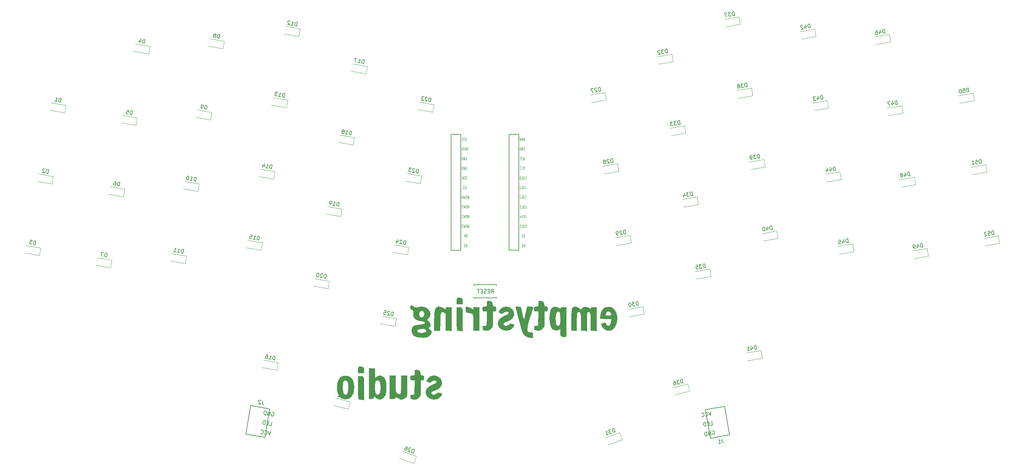
<source format=gbr>
G04 #@! TF.GenerationSoftware,KiCad,Pcbnew,(5.0.2)-1*
G04 #@! TF.CreationDate,2019-02-25T13:46:33+08:00*
G04 #@! TF.ProjectId,Kisaragi,4b697361-7261-4676-992e-6b696361645f,rev?*
G04 #@! TF.SameCoordinates,Original*
G04 #@! TF.FileFunction,Legend,Bot*
G04 #@! TF.FilePolarity,Positive*
%FSLAX46Y46*%
G04 Gerber Fmt 4.6, Leading zero omitted, Abs format (unit mm)*
G04 Created by KiCad (PCBNEW (5.0.2)-1) date 25/02/2019 13:46:33*
%MOMM*%
%LPD*%
G01*
G04 APERTURE LIST*
%ADD10C,0.150000*%
%ADD11C,0.120000*%
%ADD12C,0.010000*%
%ADD13C,0.125000*%
G04 APERTURE END LIST*
D10*
G04 #@! TO.C,J1*
X279533011Y-224161051D02*
X278209812Y-216656816D01*
X274530188Y-225043184D02*
X279533011Y-224161051D01*
X273206989Y-217538949D02*
X274530188Y-225043184D01*
X278209812Y-216656816D02*
X273206989Y-217538949D01*
G04 #@! TO.C,J2*
X152396989Y-223951051D02*
X157399812Y-224833184D01*
X157399812Y-224833184D02*
X158723011Y-217328949D01*
X158723011Y-217328949D02*
X153720188Y-216446816D01*
X153720188Y-216446816D02*
X152396989Y-223951051D01*
D11*
G04 #@! TO.C,D1*
X105149466Y-137475901D02*
X101308715Y-136798673D01*
X104802169Y-139445516D02*
X100961419Y-138768288D01*
X105149466Y-137475901D02*
X104802169Y-139445516D01*
G04 #@! TO.C,D2*
X101809466Y-156215901D02*
X101462169Y-158185516D01*
X101462169Y-158185516D02*
X97621419Y-157508288D01*
X101809466Y-156215901D02*
X97968715Y-155538673D01*
G04 #@! TO.C,D3*
X98489466Y-174975901D02*
X94648715Y-174298673D01*
X98142169Y-176945516D02*
X94301419Y-176268288D01*
X98489466Y-174975901D02*
X98142169Y-176945516D01*
G04 #@! TO.C,D4*
X127194533Y-122019382D02*
X126847236Y-123988997D01*
X126847236Y-123988997D02*
X123006486Y-123311769D01*
X127194533Y-122019382D02*
X123353782Y-121342154D01*
G04 #@! TO.C,D5*
X123869466Y-140785901D02*
X120028715Y-140108673D01*
X123522169Y-142755516D02*
X119681419Y-142078288D01*
X123869466Y-140785901D02*
X123522169Y-142755516D01*
G04 #@! TO.C,D6*
X120579466Y-159545901D02*
X120232169Y-161515516D01*
X120232169Y-161515516D02*
X116391419Y-160838288D01*
X120579466Y-159545901D02*
X116738715Y-158868673D01*
G04 #@! TO.C,D7*
X117209466Y-178225901D02*
X113368715Y-177548673D01*
X116862169Y-180195516D02*
X113021419Y-179518288D01*
X117209466Y-178225901D02*
X116862169Y-180195516D01*
G04 #@! TO.C,D8*
X146799466Y-120655901D02*
X142958715Y-119978673D01*
X146452169Y-122625516D02*
X142611419Y-121948288D01*
X146799466Y-120655901D02*
X146452169Y-122625516D01*
G04 #@! TO.C,D9*
X143469466Y-139365901D02*
X143122169Y-141335516D01*
X143122169Y-141335516D02*
X139281419Y-140658288D01*
X143469466Y-139365901D02*
X139628715Y-138688673D01*
G04 #@! TO.C,D10*
X140179466Y-158175901D02*
X136338715Y-157498673D01*
X139832169Y-160145516D02*
X135991419Y-159468288D01*
X140179466Y-158175901D02*
X139832169Y-160145516D01*
G04 #@! TO.C,D11*
X136829466Y-177095901D02*
X136482169Y-179065516D01*
X136482169Y-179065516D02*
X132641419Y-178388288D01*
X136829466Y-177095901D02*
X132988715Y-176418673D01*
G04 #@! TO.C,D12*
X166699466Y-117385901D02*
X166352169Y-119355516D01*
X166352169Y-119355516D02*
X162511419Y-118678288D01*
X166699466Y-117385901D02*
X162858715Y-116708673D01*
G04 #@! TO.C,D13*
X163399466Y-136115901D02*
X159558715Y-135438673D01*
X163052169Y-138085516D02*
X159211419Y-137408288D01*
X163399466Y-136115901D02*
X163052169Y-138085516D01*
G04 #@! TO.C,D14*
X160089466Y-154905901D02*
X159742169Y-156875516D01*
X159742169Y-156875516D02*
X155901419Y-156198288D01*
X160089466Y-154905901D02*
X156248715Y-154228673D01*
G04 #@! TO.C,D15*
X156769466Y-173655901D02*
X152928715Y-172978673D01*
X156422169Y-175625516D02*
X152581419Y-174948288D01*
X156769466Y-173655901D02*
X156422169Y-175625516D01*
G04 #@! TO.C,D16*
X160894399Y-205162420D02*
X160547102Y-207132035D01*
X160547102Y-207132035D02*
X156706352Y-206454807D01*
X160894399Y-205162420D02*
X157053648Y-204485192D01*
G04 #@! TO.C,D17*
X184319466Y-127255901D02*
X180478715Y-126578673D01*
X183972169Y-129225516D02*
X180131419Y-128548288D01*
X184319466Y-127255901D02*
X183972169Y-129225516D01*
G04 #@! TO.C,D18*
X180989466Y-145985901D02*
X180642169Y-147955516D01*
X180642169Y-147955516D02*
X176801419Y-147278288D01*
X180989466Y-145985901D02*
X177148715Y-145308673D01*
G04 #@! TO.C,D19*
X177699466Y-164775901D02*
X173858715Y-164098673D01*
X177352169Y-166745516D02*
X173511419Y-166068288D01*
X177699466Y-164775901D02*
X177352169Y-166745516D01*
G04 #@! TO.C,D20*
X174349466Y-183715901D02*
X174002169Y-185685516D01*
X174002169Y-185685516D02*
X170161419Y-185008288D01*
X174349466Y-183715901D02*
X170508715Y-183038673D01*
G04 #@! TO.C,D21*
X179842152Y-215456417D02*
X176075041Y-214447023D01*
X179324514Y-217388269D02*
X175557403Y-216378874D01*
X179842152Y-215456417D02*
X179324514Y-217388269D01*
G04 #@! TO.C,D22*
X201869466Y-137305901D02*
X201522169Y-139275516D01*
X201522169Y-139275516D02*
X197681419Y-138598288D01*
X201869466Y-137305901D02*
X198028715Y-136628673D01*
G04 #@! TO.C,D23*
X198569466Y-156075901D02*
X194728715Y-155398673D01*
X198222169Y-158045516D02*
X194381419Y-157368288D01*
X198569466Y-156075901D02*
X198222169Y-158045516D01*
G04 #@! TO.C,D24*
X195239466Y-174845901D02*
X194892169Y-176815516D01*
X194892169Y-176815516D02*
X191051419Y-176138288D01*
X195239466Y-174845901D02*
X191398715Y-174168673D01*
G04 #@! TO.C,D25*
X191969466Y-193595901D02*
X188128715Y-192918673D01*
X191622169Y-195565516D02*
X187781419Y-194888288D01*
X191969466Y-193595901D02*
X191622169Y-195565516D01*
G04 #@! TO.C,D26*
X197206329Y-229789853D02*
X196522288Y-231669238D01*
X196522288Y-231669238D02*
X192857487Y-230335359D01*
X197206329Y-229789853D02*
X193541527Y-228455974D01*
G04 #@! TO.C,D27*
X246792169Y-134104484D02*
X242951419Y-134781712D01*
X247139466Y-136074099D02*
X243298715Y-136751327D01*
X246792169Y-134104484D02*
X247139466Y-136074099D01*
G04 #@! TO.C,D28*
X250032169Y-152854484D02*
X250379466Y-154824099D01*
X250379466Y-154824099D02*
X246538715Y-155501327D01*
X250032169Y-152854484D02*
X246191419Y-153531712D01*
G04 #@! TO.C,D29*
X253382169Y-171654484D02*
X249541419Y-172331712D01*
X253729466Y-173624099D02*
X249888715Y-174301327D01*
X253382169Y-171654484D02*
X253729466Y-173624099D01*
G04 #@! TO.C,D30*
X256712169Y-190404484D02*
X257059466Y-192374099D01*
X257059466Y-192374099D02*
X253218715Y-193051327D01*
X256712169Y-190404484D02*
X252871419Y-191081712D01*
G04 #@! TO.C,D31*
X250622288Y-223520762D02*
X246957487Y-224854641D01*
X251306329Y-225400147D02*
X247641527Y-226734026D01*
X250622288Y-223520762D02*
X251306329Y-225400147D01*
G04 #@! TO.C,D32*
X264342169Y-124044484D02*
X264689466Y-126014099D01*
X264689466Y-126014099D02*
X260848715Y-126691327D01*
X264342169Y-124044484D02*
X260501419Y-124721712D01*
G04 #@! TO.C,D33*
X267672169Y-142834484D02*
X263831419Y-143511712D01*
X268019466Y-144804099D02*
X264178715Y-145481327D01*
X267672169Y-142834484D02*
X268019466Y-144804099D01*
G04 #@! TO.C,D34*
X270962169Y-161584484D02*
X271309466Y-163554099D01*
X271309466Y-163554099D02*
X267468715Y-164231327D01*
X270962169Y-161584484D02*
X267121419Y-162261712D01*
G04 #@! TO.C,D35*
X274322169Y-180504484D02*
X270481419Y-181181712D01*
X274669466Y-182474099D02*
X270828715Y-183151327D01*
X274322169Y-180504484D02*
X274669466Y-182474099D01*
G04 #@! TO.C,D36*
X268494514Y-210711731D02*
X269012152Y-212643583D01*
X269012152Y-212643583D02*
X265245041Y-213652977D01*
X268494514Y-210711731D02*
X264727403Y-211721126D01*
G04 #@! TO.C,D37*
X281972169Y-114204484D02*
X278131419Y-114881712D01*
X282319466Y-116174099D02*
X278478715Y-116851327D01*
X281972169Y-114204484D02*
X282319466Y-116174099D01*
G04 #@! TO.C,D38*
X285272169Y-132964484D02*
X285619466Y-134934099D01*
X285619466Y-134934099D02*
X281778715Y-135611327D01*
X285272169Y-132964484D02*
X281431419Y-133641712D01*
G04 #@! TO.C,D39*
X288572169Y-151714484D02*
X284731419Y-152391712D01*
X288919466Y-153684099D02*
X285078715Y-154361327D01*
X288572169Y-151714484D02*
X288919466Y-153684099D01*
G04 #@! TO.C,D40*
X291892169Y-170484484D02*
X292239466Y-172454099D01*
X292239466Y-172454099D02*
X288398715Y-173131327D01*
X291892169Y-170484484D02*
X288051419Y-171161712D01*
G04 #@! TO.C,D41*
X287782169Y-201964484D02*
X283941419Y-202641712D01*
X288129466Y-203934099D02*
X284288715Y-204611327D01*
X287782169Y-201964484D02*
X288129466Y-203934099D01*
G04 #@! TO.C,D42*
X301892169Y-117444484D02*
X302239466Y-119414099D01*
X302239466Y-119414099D02*
X298398715Y-120091327D01*
X301892169Y-117444484D02*
X298051419Y-118121712D01*
G04 #@! TO.C,D43*
X305202169Y-136204484D02*
X301361419Y-136881712D01*
X305549466Y-138174099D02*
X301708715Y-138851327D01*
X305202169Y-136204484D02*
X305549466Y-138174099D01*
G04 #@! TO.C,D44*
X308512169Y-154984484D02*
X308859466Y-156954099D01*
X308859466Y-156954099D02*
X305018715Y-157631327D01*
X308512169Y-154984484D02*
X304671419Y-155661712D01*
G04 #@! TO.C,D45*
X311842169Y-173934484D02*
X308001419Y-174611712D01*
X312189466Y-175904099D02*
X308348715Y-176581327D01*
X311842169Y-173934484D02*
X312189466Y-175904099D01*
G04 #@! TO.C,D46*
X321492169Y-118834484D02*
X317651419Y-119511712D01*
X321839466Y-120804099D02*
X317998715Y-121481327D01*
X321492169Y-118834484D02*
X321839466Y-120804099D01*
G04 #@! TO.C,D47*
X324772169Y-137594484D02*
X325119466Y-139564099D01*
X325119466Y-139564099D02*
X321278715Y-140241327D01*
X324772169Y-137594484D02*
X320931419Y-138271712D01*
G04 #@! TO.C,D48*
X328072169Y-156374484D02*
X324231419Y-157051712D01*
X328419466Y-158344099D02*
X324578715Y-159021327D01*
X328072169Y-156374484D02*
X328419466Y-158344099D01*
G04 #@! TO.C,D49*
X331422169Y-175134484D02*
X331769466Y-177104099D01*
X331769466Y-177104099D02*
X327928715Y-177781327D01*
X331422169Y-175134484D02*
X327581419Y-175811712D01*
G04 #@! TO.C,D50*
X343542169Y-134294484D02*
X343889466Y-136264099D01*
X343889466Y-136264099D02*
X340048715Y-136941327D01*
X343542169Y-134294484D02*
X339701419Y-134971712D01*
G04 #@! TO.C,D51*
X346842169Y-153044484D02*
X343001419Y-153721712D01*
X347189466Y-155014099D02*
X343348715Y-155691327D01*
X346842169Y-153044484D02*
X347189466Y-155014099D01*
G04 #@! TO.C,D52*
X350142169Y-171814484D02*
X350489466Y-173784099D01*
X350489466Y-173784099D02*
X346648715Y-174461327D01*
X350142169Y-171814484D02*
X346301419Y-172491712D01*
D10*
G04 #@! TO.C,SW53*
X218290000Y-187910000D02*
X218290000Y-188160000D01*
X218290000Y-188160000D02*
X212290000Y-188160000D01*
X212290000Y-188160000D02*
X212290000Y-187910000D01*
X212290000Y-184910000D02*
X212290000Y-184660000D01*
X212290000Y-184660000D02*
X218290000Y-184660000D01*
X218290000Y-184660000D02*
X218290000Y-184910000D01*
G04 #@! TO.C,U1*
X208943600Y-175632000D02*
X208943600Y-145152000D01*
X206403600Y-175632000D02*
X208943600Y-175632000D01*
X206403600Y-145152000D02*
X206403600Y-175632000D01*
X208943600Y-145152000D02*
X206403600Y-145152000D01*
X224163600Y-175632000D02*
X224163600Y-145152000D01*
X221623600Y-175632000D02*
X224163600Y-175632000D01*
X221623600Y-145152000D02*
X221623600Y-175632000D01*
X224163600Y-145152000D02*
X221623600Y-145152000D01*
D12*
G04 #@! TO.C,G\002A\002A\002A*
G36*
X207978045Y-188110350D02*
X207855576Y-188344695D01*
X207830758Y-188828828D01*
X207830667Y-188901333D01*
X207830667Y-189748000D01*
X209354667Y-189748000D01*
X209354667Y-189007167D01*
X209334697Y-188540739D01*
X209230002Y-188305042D01*
X208973406Y-188192592D01*
X208825500Y-188160500D01*
X208275557Y-188068162D01*
X207978045Y-188110350D01*
X207978045Y-188110350D01*
G37*
X207978045Y-188110350D02*
X207855576Y-188344695D01*
X207830758Y-188828828D01*
X207830667Y-188901333D01*
X207830667Y-189748000D01*
X209354667Y-189748000D01*
X209354667Y-189007167D01*
X209334697Y-188540739D01*
X209230002Y-188305042D01*
X208973406Y-188192592D01*
X208825500Y-188160500D01*
X208275557Y-188068162D01*
X207978045Y-188110350D01*
G36*
X210250707Y-190516737D02*
X210204551Y-190800596D01*
X210201334Y-191144524D01*
X210215465Y-191614799D01*
X210314244Y-191852139D01*
X210582252Y-191962275D01*
X210899875Y-192017750D01*
X211428689Y-192109721D01*
X211795156Y-192225510D01*
X212029042Y-192422312D01*
X212160115Y-192757325D01*
X212218142Y-193287744D01*
X212232888Y-194070766D01*
X212233334Y-194579958D01*
X212233334Y-196690667D01*
X213757334Y-196690667D01*
X213757334Y-190628768D01*
X212995334Y-190568164D01*
X212526382Y-190546720D01*
X212303429Y-190607531D01*
X212236540Y-190789917D01*
X212233334Y-190901310D01*
X212233334Y-191295061D01*
X211739585Y-190943481D01*
X211236774Y-190664185D01*
X210723585Y-190487450D01*
X210402647Y-190438866D01*
X210250707Y-190516737D01*
X210250707Y-190516737D01*
G37*
X210250707Y-190516737D02*
X210204551Y-190800596D01*
X210201334Y-191144524D01*
X210215465Y-191614799D01*
X210314244Y-191852139D01*
X210582252Y-191962275D01*
X210899875Y-192017750D01*
X211428689Y-192109721D01*
X211795156Y-192225510D01*
X212029042Y-192422312D01*
X212160115Y-192757325D01*
X212218142Y-193287744D01*
X212232888Y-194070766D01*
X212233334Y-194579958D01*
X212233334Y-196690667D01*
X213757334Y-196690667D01*
X213757334Y-190628768D01*
X212995334Y-190568164D01*
X212526382Y-190546720D01*
X212303429Y-190607531D01*
X212236540Y-190789917D01*
X212233334Y-190901310D01*
X212233334Y-191295061D01*
X211739585Y-190943481D01*
X211236774Y-190664185D01*
X210723585Y-190487450D01*
X210402647Y-190438866D01*
X210250707Y-190516737D01*
G36*
X215876754Y-188988225D02*
X215797311Y-189265303D01*
X215789334Y-189663333D01*
X215776682Y-190131539D01*
X215690935Y-190353250D01*
X215460406Y-190420633D01*
X215196667Y-190425333D01*
X214799443Y-190451546D01*
X214636539Y-190599439D01*
X214604074Y-190972889D01*
X214604000Y-191018000D01*
X214629780Y-191413971D01*
X214776085Y-191577326D01*
X215146366Y-191610554D01*
X215202213Y-191610667D01*
X215800426Y-191610667D01*
X215752546Y-193515667D01*
X215704667Y-195420667D01*
X215144460Y-195474465D01*
X214764895Y-195542180D01*
X214628728Y-195717029D01*
X214636460Y-196067132D01*
X214691316Y-196393693D01*
X214836447Y-196560307D01*
X215167201Y-196632446D01*
X215496601Y-196657758D01*
X216035518Y-196660474D01*
X216402554Y-196544698D01*
X216758582Y-196254943D01*
X216808934Y-196205117D01*
X217020896Y-195983626D01*
X217163190Y-195775221D01*
X217249699Y-195509739D01*
X217294305Y-195117013D01*
X217310889Y-194526880D01*
X217313334Y-193669176D01*
X217313334Y-191610667D01*
X217736667Y-191610667D01*
X218022950Y-191566386D01*
X218140149Y-191367124D01*
X218160000Y-191018000D01*
X218128269Y-190617104D01*
X217985912Y-190453003D01*
X217738668Y-190425333D01*
X217453277Y-190374052D01*
X217298250Y-190158120D01*
X217211808Y-189765394D01*
X217101780Y-189319091D01*
X216901437Y-189098039D01*
X216595973Y-189003394D01*
X216114137Y-188924516D01*
X215876754Y-188988225D01*
X215876754Y-188988225D01*
G37*
X215876754Y-188988225D02*
X215797311Y-189265303D01*
X215789334Y-189663333D01*
X215776682Y-190131539D01*
X215690935Y-190353250D01*
X215460406Y-190420633D01*
X215196667Y-190425333D01*
X214799443Y-190451546D01*
X214636539Y-190599439D01*
X214604074Y-190972889D01*
X214604000Y-191018000D01*
X214629780Y-191413971D01*
X214776085Y-191577326D01*
X215146366Y-191610554D01*
X215202213Y-191610667D01*
X215800426Y-191610667D01*
X215752546Y-193515667D01*
X215704667Y-195420667D01*
X215144460Y-195474465D01*
X214764895Y-195542180D01*
X214628728Y-195717029D01*
X214636460Y-196067132D01*
X214691316Y-196393693D01*
X214836447Y-196560307D01*
X215167201Y-196632446D01*
X215496601Y-196657758D01*
X216035518Y-196660474D01*
X216402554Y-196544698D01*
X216758582Y-196254943D01*
X216808934Y-196205117D01*
X217020896Y-195983626D01*
X217163190Y-195775221D01*
X217249699Y-195509739D01*
X217294305Y-195117013D01*
X217310889Y-194526880D01*
X217313334Y-193669176D01*
X217313334Y-191610667D01*
X217736667Y-191610667D01*
X218022950Y-191566386D01*
X218140149Y-191367124D01*
X218160000Y-191018000D01*
X218128269Y-190617104D01*
X217985912Y-190453003D01*
X217738668Y-190425333D01*
X217453277Y-190374052D01*
X217298250Y-190158120D01*
X217211808Y-189765394D01*
X217101780Y-189319091D01*
X216901437Y-189098039D01*
X216595973Y-189003394D01*
X216114137Y-188924516D01*
X215876754Y-188988225D01*
G36*
X219980969Y-190626703D02*
X219737141Y-190755572D01*
X219294847Y-191101297D01*
X218994033Y-191479940D01*
X218888795Y-191809175D01*
X218948647Y-191955530D01*
X219390460Y-192189751D01*
X219887743Y-192182845D01*
X220267987Y-191958925D01*
X220697416Y-191656414D01*
X221121975Y-191663063D01*
X221343467Y-191813867D01*
X221504370Y-192026679D01*
X221478730Y-192212089D01*
X221227310Y-192413839D01*
X220710874Y-192675672D01*
X220473603Y-192783615D01*
X219584776Y-193267293D01*
X219007968Y-193792654D01*
X218716742Y-194389416D01*
X218668000Y-194813158D01*
X218815811Y-195562352D01*
X219252255Y-196137323D01*
X219785359Y-196454554D01*
X220677782Y-196672110D01*
X221523394Y-196576870D01*
X222001527Y-196360428D01*
X222440394Y-196015213D01*
X222771239Y-195617229D01*
X222901334Y-195279030D01*
X222759992Y-195175350D01*
X222416752Y-195031004D01*
X222386802Y-195020430D01*
X221980245Y-194928125D01*
X221691070Y-195037488D01*
X221540135Y-195173198D01*
X221090111Y-195445262D01*
X220603106Y-195478760D01*
X220206211Y-195267162D01*
X220184947Y-195242835D01*
X220078185Y-194999407D01*
X220207803Y-194764591D01*
X220605735Y-194506906D01*
X221208000Y-194234247D01*
X222020895Y-193818543D01*
X222539956Y-193350071D01*
X222809879Y-192785771D01*
X222836454Y-192665413D01*
X222826679Y-191929848D01*
X222547515Y-191301490D01*
X222061162Y-190818668D01*
X221429821Y-190519711D01*
X220715690Y-190442946D01*
X219980969Y-190626703D01*
X219980969Y-190626703D01*
G37*
X219980969Y-190626703D02*
X219737141Y-190755572D01*
X219294847Y-191101297D01*
X218994033Y-191479940D01*
X218888795Y-191809175D01*
X218948647Y-191955530D01*
X219390460Y-192189751D01*
X219887743Y-192182845D01*
X220267987Y-191958925D01*
X220697416Y-191656414D01*
X221121975Y-191663063D01*
X221343467Y-191813867D01*
X221504370Y-192026679D01*
X221478730Y-192212089D01*
X221227310Y-192413839D01*
X220710874Y-192675672D01*
X220473603Y-192783615D01*
X219584776Y-193267293D01*
X219007968Y-193792654D01*
X218716742Y-194389416D01*
X218668000Y-194813158D01*
X218815811Y-195562352D01*
X219252255Y-196137323D01*
X219785359Y-196454554D01*
X220677782Y-196672110D01*
X221523394Y-196576870D01*
X222001527Y-196360428D01*
X222440394Y-196015213D01*
X222771239Y-195617229D01*
X222901334Y-195279030D01*
X222759992Y-195175350D01*
X222416752Y-195031004D01*
X222386802Y-195020430D01*
X221980245Y-194928125D01*
X221691070Y-195037488D01*
X221540135Y-195173198D01*
X221090111Y-195445262D01*
X220603106Y-195478760D01*
X220206211Y-195267162D01*
X220184947Y-195242835D01*
X220078185Y-194999407D01*
X220207803Y-194764591D01*
X220605735Y-194506906D01*
X221208000Y-194234247D01*
X222020895Y-193818543D01*
X222539956Y-193350071D01*
X222809879Y-192785771D01*
X222836454Y-192665413D01*
X222826679Y-191929848D01*
X222547515Y-191301490D01*
X222061162Y-190818668D01*
X221429821Y-190519711D01*
X220715690Y-190442946D01*
X219980969Y-190626703D01*
G36*
X229423420Y-188988225D02*
X229343978Y-189265303D01*
X229336000Y-189663333D01*
X229323348Y-190131539D01*
X229237601Y-190353250D01*
X229007073Y-190420633D01*
X228743334Y-190425333D01*
X228346110Y-190451546D01*
X228183205Y-190599439D01*
X228150741Y-190972889D01*
X228150667Y-191018000D01*
X228176447Y-191413971D01*
X228322752Y-191577326D01*
X228693033Y-191610554D01*
X228748880Y-191610667D01*
X229347092Y-191610667D01*
X229251334Y-195420667D01*
X228691127Y-195474465D01*
X228311561Y-195542180D01*
X228175395Y-195717029D01*
X228183127Y-196067132D01*
X228237983Y-196393693D01*
X228383114Y-196560307D01*
X228713868Y-196632446D01*
X229043268Y-196657758D01*
X229582185Y-196660474D01*
X229949221Y-196544698D01*
X230305249Y-196254943D01*
X230355601Y-196205117D01*
X230567563Y-195983626D01*
X230709857Y-195775221D01*
X230796366Y-195509739D01*
X230840972Y-195117013D01*
X230857556Y-194526880D01*
X230860000Y-193669176D01*
X230860000Y-191610667D01*
X231283334Y-191610667D01*
X231569617Y-191566386D01*
X231686816Y-191367124D01*
X231706667Y-191018000D01*
X231674936Y-190617104D01*
X231532578Y-190453003D01*
X231285335Y-190425333D01*
X230999944Y-190374052D01*
X230844917Y-190158120D01*
X230758474Y-189765394D01*
X230648447Y-189319091D01*
X230448103Y-189098039D01*
X230142640Y-189003394D01*
X229660804Y-188924516D01*
X229423420Y-188988225D01*
X229423420Y-188988225D01*
G37*
X229423420Y-188988225D02*
X229343978Y-189265303D01*
X229336000Y-189663333D01*
X229323348Y-190131539D01*
X229237601Y-190353250D01*
X229007073Y-190420633D01*
X228743334Y-190425333D01*
X228346110Y-190451546D01*
X228183205Y-190599439D01*
X228150741Y-190972889D01*
X228150667Y-191018000D01*
X228176447Y-191413971D01*
X228322752Y-191577326D01*
X228693033Y-191610554D01*
X228748880Y-191610667D01*
X229347092Y-191610667D01*
X229251334Y-195420667D01*
X228691127Y-195474465D01*
X228311561Y-195542180D01*
X228175395Y-195717029D01*
X228183127Y-196067132D01*
X228237983Y-196393693D01*
X228383114Y-196560307D01*
X228713868Y-196632446D01*
X229043268Y-196657758D01*
X229582185Y-196660474D01*
X229949221Y-196544698D01*
X230305249Y-196254943D01*
X230355601Y-196205117D01*
X230567563Y-195983626D01*
X230709857Y-195775221D01*
X230796366Y-195509739D01*
X230840972Y-195117013D01*
X230857556Y-194526880D01*
X230860000Y-193669176D01*
X230860000Y-191610667D01*
X231283334Y-191610667D01*
X231569617Y-191566386D01*
X231686816Y-191367124D01*
X231706667Y-191018000D01*
X231674936Y-190617104D01*
X231532578Y-190453003D01*
X231285335Y-190425333D01*
X230999944Y-190374052D01*
X230844917Y-190158120D01*
X230758474Y-189765394D01*
X230648447Y-189319091D01*
X230448103Y-189098039D01*
X230142640Y-189003394D01*
X229660804Y-188924516D01*
X229423420Y-188988225D01*
G36*
X247486457Y-190481107D02*
X246711989Y-190698437D01*
X246137063Y-191177537D01*
X245755229Y-191926720D01*
X245560038Y-192954299D01*
X245559066Y-192965333D01*
X245507334Y-193558000D01*
X247009541Y-193607225D01*
X248511747Y-193656451D01*
X248399114Y-194360824D01*
X248286160Y-194857185D01*
X248143701Y-195225126D01*
X248103839Y-195285265D01*
X247753782Y-195501549D01*
X247385607Y-195425973D01*
X247099264Y-195084099D01*
X247073383Y-195021748D01*
X246923321Y-194705051D01*
X246724671Y-194617922D01*
X246345451Y-194705566D01*
X246326092Y-194711493D01*
X245928178Y-194864992D01*
X245788308Y-195059495D01*
X245876134Y-195390482D01*
X246018200Y-195680209D01*
X246474412Y-196221516D01*
X247125197Y-196568202D01*
X247864597Y-196681778D01*
X248470667Y-196571079D01*
X249010771Y-196207589D01*
X249460327Y-195590032D01*
X249785271Y-194798264D01*
X249951540Y-193912140D01*
X249940473Y-193125443D01*
X249785387Y-192411466D01*
X248443979Y-192411466D01*
X248408673Y-192663587D01*
X248079567Y-192778400D01*
X247708667Y-192796000D01*
X247254199Y-192764552D01*
X246981610Y-192684986D01*
X246946667Y-192637690D01*
X247002357Y-192372920D01*
X247111809Y-192045023D01*
X247376558Y-191693746D01*
X247737969Y-191633038D01*
X248111465Y-191867378D01*
X248207065Y-191987011D01*
X248443979Y-192411466D01*
X249785387Y-192411466D01*
X249705996Y-192045974D01*
X249295660Y-191238794D01*
X248718318Y-190713444D01*
X247982825Y-190479466D01*
X247486457Y-190481107D01*
X247486457Y-190481107D01*
G37*
X247486457Y-190481107D02*
X246711989Y-190698437D01*
X246137063Y-191177537D01*
X245755229Y-191926720D01*
X245560038Y-192954299D01*
X245559066Y-192965333D01*
X245507334Y-193558000D01*
X247009541Y-193607225D01*
X248511747Y-193656451D01*
X248399114Y-194360824D01*
X248286160Y-194857185D01*
X248143701Y-195225126D01*
X248103839Y-195285265D01*
X247753782Y-195501549D01*
X247385607Y-195425973D01*
X247099264Y-195084099D01*
X247073383Y-195021748D01*
X246923321Y-194705051D01*
X246724671Y-194617922D01*
X246345451Y-194705566D01*
X246326092Y-194711493D01*
X245928178Y-194864992D01*
X245788308Y-195059495D01*
X245876134Y-195390482D01*
X246018200Y-195680209D01*
X246474412Y-196221516D01*
X247125197Y-196568202D01*
X247864597Y-196681778D01*
X248470667Y-196571079D01*
X249010771Y-196207589D01*
X249460327Y-195590032D01*
X249785271Y-194798264D01*
X249951540Y-193912140D01*
X249940473Y-193125443D01*
X249785387Y-192411466D01*
X248443979Y-192411466D01*
X248408673Y-192663587D01*
X248079567Y-192778400D01*
X247708667Y-192796000D01*
X247254199Y-192764552D01*
X246981610Y-192684986D01*
X246946667Y-192637690D01*
X247002357Y-192372920D01*
X247111809Y-192045023D01*
X247376558Y-191693746D01*
X247737969Y-191633038D01*
X248111465Y-191867378D01*
X248207065Y-191987011D01*
X248443979Y-192411466D01*
X249785387Y-192411466D01*
X249705996Y-192045974D01*
X249295660Y-191238794D01*
X248718318Y-190713444D01*
X247982825Y-190479466D01*
X247486457Y-190481107D01*
G36*
X202481035Y-190685662D02*
X202123056Y-191208733D01*
X202091145Y-191293694D01*
X202022848Y-191656923D01*
X201965716Y-192279566D01*
X201924771Y-193082422D01*
X201905040Y-193986293D01*
X201904000Y-194243551D01*
X201904000Y-196656565D01*
X202661604Y-196716820D01*
X203419208Y-196777074D01*
X203465937Y-194423716D01*
X203490641Y-193462318D01*
X203524933Y-192785469D01*
X203575906Y-192339063D01*
X203650652Y-192068992D01*
X203756265Y-191921148D01*
X203797977Y-191890665D01*
X204140997Y-191806605D01*
X204517643Y-191943433D01*
X204693416Y-192047138D01*
X204813929Y-192176396D01*
X204889611Y-192390577D01*
X204930890Y-192749048D01*
X204948196Y-193311179D01*
X204951955Y-194136339D01*
X204952000Y-194416230D01*
X204952000Y-196656565D01*
X205714000Y-196717169D01*
X206476000Y-196777774D01*
X206476000Y-190594667D01*
X205714000Y-190594667D01*
X205237130Y-190617217D01*
X205011729Y-190709858D01*
X204952172Y-190910069D01*
X204952000Y-190928230D01*
X204931537Y-191120264D01*
X204820072Y-191141720D01*
X204542489Y-190982279D01*
X204335704Y-190843563D01*
X203625793Y-190495370D01*
X202994759Y-190445305D01*
X202481035Y-190685662D01*
X202481035Y-190685662D01*
G37*
X202481035Y-190685662D02*
X202123056Y-191208733D01*
X202091145Y-191293694D01*
X202022848Y-191656923D01*
X201965716Y-192279566D01*
X201924771Y-193082422D01*
X201905040Y-193986293D01*
X201904000Y-194243551D01*
X201904000Y-196656565D01*
X202661604Y-196716820D01*
X203419208Y-196777074D01*
X203465937Y-194423716D01*
X203490641Y-193462318D01*
X203524933Y-192785469D01*
X203575906Y-192339063D01*
X203650652Y-192068992D01*
X203756265Y-191921148D01*
X203797977Y-191890665D01*
X204140997Y-191806605D01*
X204517643Y-191943433D01*
X204693416Y-192047138D01*
X204813929Y-192176396D01*
X204889611Y-192390577D01*
X204930890Y-192749048D01*
X204948196Y-193311179D01*
X204951955Y-194136339D01*
X204952000Y-194416230D01*
X204952000Y-196656565D01*
X205714000Y-196717169D01*
X206476000Y-196777774D01*
X206476000Y-190594667D01*
X205714000Y-190594667D01*
X205237130Y-190617217D01*
X205011729Y-190709858D01*
X204952172Y-190910069D01*
X204952000Y-190928230D01*
X204931537Y-191120264D01*
X204820072Y-191141720D01*
X204542489Y-190982279D01*
X204335704Y-190843563D01*
X203625793Y-190495370D01*
X202994759Y-190445305D01*
X202481035Y-190685662D01*
G36*
X207830667Y-193642667D02*
X207831632Y-194725361D01*
X207838367Y-195515511D01*
X207856634Y-196059237D01*
X207892192Y-196402661D01*
X207950804Y-196591906D01*
X208038229Y-196673092D01*
X208160228Y-196692342D01*
X208211667Y-196692979D01*
X208702070Y-196741048D01*
X208973667Y-196797395D01*
X209354667Y-196899499D01*
X209354667Y-193849866D01*
X209353564Y-192725481D01*
X209340859Y-191895196D01*
X209302453Y-191314454D01*
X209224251Y-190938699D01*
X209092156Y-190723371D01*
X208892071Y-190623915D01*
X208609901Y-190595774D01*
X208324818Y-190594667D01*
X207830667Y-190594667D01*
X207830667Y-193642667D01*
X207830667Y-193642667D01*
G37*
X207830667Y-193642667D02*
X207831632Y-194725361D01*
X207838367Y-195515511D01*
X207856634Y-196059237D01*
X207892192Y-196402661D01*
X207950804Y-196591906D01*
X208038229Y-196673092D01*
X208160228Y-196692342D01*
X208211667Y-196692979D01*
X208702070Y-196741048D01*
X208973667Y-196797395D01*
X209354667Y-196899499D01*
X209354667Y-193849866D01*
X209353564Y-192725481D01*
X209340859Y-191895196D01*
X209302453Y-191314454D01*
X209224251Y-190938699D01*
X209092156Y-190723371D01*
X208892071Y-190623915D01*
X208609901Y-190595774D01*
X208324818Y-190594667D01*
X207830667Y-190594667D01*
X207830667Y-193642667D01*
G36*
X238395388Y-190626765D02*
X238235602Y-190801678D01*
X238132271Y-191013337D01*
X238058661Y-191341008D01*
X238010415Y-191836183D01*
X237983175Y-192550351D01*
X237972585Y-193535004D01*
X237972000Y-193916558D01*
X237972000Y-196655094D01*
X238649334Y-196719689D01*
X239326667Y-196784283D01*
X239326667Y-194549991D01*
X239332894Y-193513908D01*
X239357096Y-192769749D01*
X239407555Y-192270907D01*
X239492554Y-191970780D01*
X239620374Y-191822760D01*
X239799297Y-191780244D01*
X239818917Y-191780000D01*
X240083971Y-191818300D01*
X240272664Y-191964712D01*
X240397398Y-192266500D01*
X240470576Y-192770932D01*
X240504600Y-193525272D01*
X240512000Y-194421482D01*
X240512000Y-196656565D01*
X241274000Y-196717169D01*
X242036000Y-196777774D01*
X242036000Y-194278887D01*
X242039053Y-193308643D01*
X242052293Y-192626843D01*
X242081842Y-192183288D01*
X242133824Y-191927782D01*
X242214362Y-191810124D01*
X242329578Y-191780117D01*
X242340801Y-191780000D01*
X242612441Y-191816588D01*
X242805782Y-191958021D01*
X242933613Y-192251800D01*
X243008725Y-192745428D01*
X243043906Y-193486407D01*
X243052000Y-194421482D01*
X243052000Y-196656565D01*
X243814000Y-196717169D01*
X244576000Y-196777774D01*
X244576000Y-190594667D01*
X243814000Y-190594667D01*
X243319514Y-190625043D01*
X243090804Y-190732285D01*
X243052000Y-190862477D01*
X243010143Y-191009186D01*
X242835830Y-190979268D01*
X242481680Y-190777811D01*
X241818583Y-190492111D01*
X241255482Y-190494665D01*
X240832492Y-190777597D01*
X240640928Y-191139217D01*
X240484404Y-191196044D01*
X240137005Y-190983316D01*
X240020150Y-190888241D01*
X239423092Y-190525171D01*
X238860734Y-190437005D01*
X238395388Y-190626765D01*
X238395388Y-190626765D01*
G37*
X238395388Y-190626765D02*
X238235602Y-190801678D01*
X238132271Y-191013337D01*
X238058661Y-191341008D01*
X238010415Y-191836183D01*
X237983175Y-192550351D01*
X237972585Y-193535004D01*
X237972000Y-193916558D01*
X237972000Y-196655094D01*
X238649334Y-196719689D01*
X239326667Y-196784283D01*
X239326667Y-194549991D01*
X239332894Y-193513908D01*
X239357096Y-192769749D01*
X239407555Y-192270907D01*
X239492554Y-191970780D01*
X239620374Y-191822760D01*
X239799297Y-191780244D01*
X239818917Y-191780000D01*
X240083971Y-191818300D01*
X240272664Y-191964712D01*
X240397398Y-192266500D01*
X240470576Y-192770932D01*
X240504600Y-193525272D01*
X240512000Y-194421482D01*
X240512000Y-196656565D01*
X241274000Y-196717169D01*
X242036000Y-196777774D01*
X242036000Y-194278887D01*
X242039053Y-193308643D01*
X242052293Y-192626843D01*
X242081842Y-192183288D01*
X242133824Y-191927782D01*
X242214362Y-191810124D01*
X242329578Y-191780117D01*
X242340801Y-191780000D01*
X242612441Y-191816588D01*
X242805782Y-191958021D01*
X242933613Y-192251800D01*
X243008725Y-192745428D01*
X243043906Y-193486407D01*
X243052000Y-194421482D01*
X243052000Y-196656565D01*
X243814000Y-196717169D01*
X244576000Y-196777774D01*
X244576000Y-190594667D01*
X243814000Y-190594667D01*
X243319514Y-190625043D01*
X243090804Y-190732285D01*
X243052000Y-190862477D01*
X243010143Y-191009186D01*
X242835830Y-190979268D01*
X242481680Y-190777811D01*
X241818583Y-190492111D01*
X241255482Y-190494665D01*
X240832492Y-190777597D01*
X240640928Y-191139217D01*
X240484404Y-191196044D01*
X240137005Y-190983316D01*
X240020150Y-190888241D01*
X239423092Y-190525171D01*
X238860734Y-190437005D01*
X238395388Y-190626765D01*
G36*
X232951150Y-190673896D02*
X232620460Y-191088803D01*
X232388310Y-191747630D01*
X232253828Y-192570549D01*
X232216140Y-193477734D01*
X232274373Y-194389357D01*
X232427656Y-195225590D01*
X232675115Y-195906607D01*
X233013212Y-196350493D01*
X233628435Y-196645469D01*
X234275923Y-196632975D01*
X234716989Y-196427065D01*
X234926194Y-196293961D01*
X235038593Y-196309038D01*
X235084263Y-196531500D01*
X235093281Y-197020554D01*
X235093334Y-197167898D01*
X235101767Y-197728358D01*
X235155319Y-198039083D01*
X235296372Y-198188997D01*
X235567307Y-198267021D01*
X235622500Y-198278167D01*
X235937991Y-198344040D01*
X236178809Y-198373690D01*
X236354999Y-198328867D01*
X236476604Y-198171323D01*
X236553666Y-197862808D01*
X236596230Y-197365073D01*
X236614337Y-196639867D01*
X236618031Y-195648943D01*
X236617334Y-194489333D01*
X236617334Y-194357793D01*
X235061105Y-194357793D01*
X235009339Y-194969990D01*
X234909847Y-195268388D01*
X234552472Y-195492269D01*
X234181540Y-195423501D01*
X233908889Y-195084028D01*
X233903809Y-195070976D01*
X233818279Y-194677830D01*
X233758602Y-194082194D01*
X233738667Y-193481069D01*
X233765385Y-192769638D01*
X233859462Y-192294642D01*
X234041788Y-191957051D01*
X234066725Y-191925759D01*
X234344365Y-191660560D01*
X234588992Y-191654511D01*
X234701725Y-191713267D01*
X234852790Y-191860300D01*
X234952147Y-192125709D01*
X235013765Y-192578298D01*
X235051614Y-193286870D01*
X235057581Y-193465988D01*
X235061105Y-194357793D01*
X236617334Y-194357793D01*
X236617334Y-190594667D01*
X235855334Y-190594667D01*
X235360106Y-190625325D01*
X235131354Y-190733132D01*
X235093334Y-190860957D01*
X235049908Y-191007784D01*
X234874124Y-190944091D01*
X234647164Y-190776290D01*
X234033070Y-190475692D01*
X233393108Y-190474257D01*
X232951150Y-190673896D01*
X232951150Y-190673896D01*
G37*
X232951150Y-190673896D02*
X232620460Y-191088803D01*
X232388310Y-191747630D01*
X232253828Y-192570549D01*
X232216140Y-193477734D01*
X232274373Y-194389357D01*
X232427656Y-195225590D01*
X232675115Y-195906607D01*
X233013212Y-196350493D01*
X233628435Y-196645469D01*
X234275923Y-196632975D01*
X234716989Y-196427065D01*
X234926194Y-196293961D01*
X235038593Y-196309038D01*
X235084263Y-196531500D01*
X235093281Y-197020554D01*
X235093334Y-197167898D01*
X235101767Y-197728358D01*
X235155319Y-198039083D01*
X235296372Y-198188997D01*
X235567307Y-198267021D01*
X235622500Y-198278167D01*
X235937991Y-198344040D01*
X236178809Y-198373690D01*
X236354999Y-198328867D01*
X236476604Y-198171323D01*
X236553666Y-197862808D01*
X236596230Y-197365073D01*
X236614337Y-196639867D01*
X236618031Y-195648943D01*
X236617334Y-194489333D01*
X236617334Y-194357793D01*
X235061105Y-194357793D01*
X235009339Y-194969990D01*
X234909847Y-195268388D01*
X234552472Y-195492269D01*
X234181540Y-195423501D01*
X233908889Y-195084028D01*
X233903809Y-195070976D01*
X233818279Y-194677830D01*
X233758602Y-194082194D01*
X233738667Y-193481069D01*
X233765385Y-192769638D01*
X233859462Y-192294642D01*
X234041788Y-191957051D01*
X234066725Y-191925759D01*
X234344365Y-191660560D01*
X234588992Y-191654511D01*
X234701725Y-191713267D01*
X234852790Y-191860300D01*
X234952147Y-192125709D01*
X235013765Y-192578298D01*
X235051614Y-193286870D01*
X235057581Y-193465988D01*
X235061105Y-194357793D01*
X236617334Y-194357793D01*
X236617334Y-190594667D01*
X235855334Y-190594667D01*
X235360106Y-190625325D01*
X235131354Y-190733132D01*
X235093334Y-190860957D01*
X235049908Y-191007784D01*
X234874124Y-190944091D01*
X234647164Y-190776290D01*
X234033070Y-190475692D01*
X233393108Y-190474257D01*
X232951150Y-190673896D01*
G36*
X195657388Y-190326255D02*
X195638667Y-190576309D01*
X195714319Y-190967158D01*
X195991042Y-191153242D01*
X196041736Y-191167116D01*
X196273767Y-191258086D01*
X196390701Y-191441472D01*
X196426694Y-191809601D01*
X196422736Y-192197027D01*
X196501610Y-193003604D01*
X196800599Y-193571923D01*
X197346594Y-193930216D01*
X198166483Y-194106713D01*
X198248761Y-194114162D01*
X198922282Y-194225911D01*
X199353382Y-194416897D01*
X199504420Y-194665320D01*
X199457305Y-194814024D01*
X199351854Y-194910062D01*
X199128516Y-194992965D01*
X198728598Y-195075638D01*
X198093406Y-195170986D01*
X197446795Y-195256091D01*
X196700498Y-195439735D01*
X196233172Y-195785192D01*
X196009435Y-196328278D01*
X195977334Y-196743403D01*
X196100079Y-197466951D01*
X196482495Y-197987592D01*
X197145847Y-198331789D01*
X197288565Y-198374792D01*
X198095566Y-198506598D01*
X199028654Y-198524097D01*
X199899728Y-198427986D01*
X200167453Y-198364115D01*
X200705358Y-198083926D01*
X201047872Y-197661652D01*
X201176411Y-197179439D01*
X201103079Y-196855139D01*
X199856223Y-196855139D01*
X199665195Y-197095603D01*
X199627969Y-197123918D01*
X199177496Y-197302022D01*
X198574271Y-197360179D01*
X197980311Y-197297231D01*
X197590852Y-197138487D01*
X197358385Y-196847188D01*
X197439357Y-196577331D01*
X197808778Y-196362961D01*
X198233588Y-196262943D01*
X198934374Y-196194566D01*
X199392789Y-196254077D01*
X199685972Y-196457080D01*
X199769184Y-196573584D01*
X199856223Y-196855139D01*
X201103079Y-196855139D01*
X201072393Y-196719436D01*
X200717235Y-196363788D01*
X200630012Y-196319372D01*
X200343812Y-196169801D01*
X200347278Y-196047400D01*
X200550017Y-195892195D01*
X200842631Y-195508506D01*
X200870387Y-195021223D01*
X200641396Y-194527210D01*
X200416156Y-194293657D01*
X199944311Y-193902889D01*
X200337206Y-193561111D01*
X200697047Y-193051877D01*
X200819773Y-192535125D01*
X199337221Y-192535125D01*
X199186728Y-192973411D01*
X198871401Y-193236219D01*
X198450235Y-193260066D01*
X198187134Y-193143483D01*
X198016004Y-192870963D01*
X197941956Y-192408412D01*
X197941600Y-192372667D01*
X198050707Y-191858080D01*
X198322183Y-191540188D01*
X198672265Y-191443560D01*
X199017188Y-191592764D01*
X199263882Y-191984844D01*
X199337221Y-192535125D01*
X200819773Y-192535125D01*
X200849026Y-192411953D01*
X200771951Y-191781146D01*
X200646424Y-191521195D01*
X200060970Y-190917823D01*
X199294120Y-190545370D01*
X198434684Y-190430581D01*
X197578990Y-190597332D01*
X197190776Y-190675940D01*
X196800827Y-190557305D01*
X196574313Y-190427998D01*
X196076325Y-190159981D01*
X195786014Y-190123636D01*
X195657388Y-190326255D01*
X195657388Y-190326255D01*
G37*
X195657388Y-190326255D02*
X195638667Y-190576309D01*
X195714319Y-190967158D01*
X195991042Y-191153242D01*
X196041736Y-191167116D01*
X196273767Y-191258086D01*
X196390701Y-191441472D01*
X196426694Y-191809601D01*
X196422736Y-192197027D01*
X196501610Y-193003604D01*
X196800599Y-193571923D01*
X197346594Y-193930216D01*
X198166483Y-194106713D01*
X198248761Y-194114162D01*
X198922282Y-194225911D01*
X199353382Y-194416897D01*
X199504420Y-194665320D01*
X199457305Y-194814024D01*
X199351854Y-194910062D01*
X199128516Y-194992965D01*
X198728598Y-195075638D01*
X198093406Y-195170986D01*
X197446795Y-195256091D01*
X196700498Y-195439735D01*
X196233172Y-195785192D01*
X196009435Y-196328278D01*
X195977334Y-196743403D01*
X196100079Y-197466951D01*
X196482495Y-197987592D01*
X197145847Y-198331789D01*
X197288565Y-198374792D01*
X198095566Y-198506598D01*
X199028654Y-198524097D01*
X199899728Y-198427986D01*
X200167453Y-198364115D01*
X200705358Y-198083926D01*
X201047872Y-197661652D01*
X201176411Y-197179439D01*
X201103079Y-196855139D01*
X199856223Y-196855139D01*
X199665195Y-197095603D01*
X199627969Y-197123918D01*
X199177496Y-197302022D01*
X198574271Y-197360179D01*
X197980311Y-197297231D01*
X197590852Y-197138487D01*
X197358385Y-196847188D01*
X197439357Y-196577331D01*
X197808778Y-196362961D01*
X198233588Y-196262943D01*
X198934374Y-196194566D01*
X199392789Y-196254077D01*
X199685972Y-196457080D01*
X199769184Y-196573584D01*
X199856223Y-196855139D01*
X201103079Y-196855139D01*
X201072393Y-196719436D01*
X200717235Y-196363788D01*
X200630012Y-196319372D01*
X200343812Y-196169801D01*
X200347278Y-196047400D01*
X200550017Y-195892195D01*
X200842631Y-195508506D01*
X200870387Y-195021223D01*
X200641396Y-194527210D01*
X200416156Y-194293657D01*
X199944311Y-193902889D01*
X200337206Y-193561111D01*
X200697047Y-193051877D01*
X200819773Y-192535125D01*
X199337221Y-192535125D01*
X199186728Y-192973411D01*
X198871401Y-193236219D01*
X198450235Y-193260066D01*
X198187134Y-193143483D01*
X198016004Y-192870963D01*
X197941956Y-192408412D01*
X197941600Y-192372667D01*
X198050707Y-191858080D01*
X198322183Y-191540188D01*
X198672265Y-191443560D01*
X199017188Y-191592764D01*
X199263882Y-191984844D01*
X199337221Y-192535125D01*
X200819773Y-192535125D01*
X200849026Y-192411953D01*
X200771951Y-191781146D01*
X200646424Y-191521195D01*
X200060970Y-190917823D01*
X199294120Y-190545370D01*
X198434684Y-190430581D01*
X197578990Y-190597332D01*
X197190776Y-190675940D01*
X196800827Y-190557305D01*
X196574313Y-190427998D01*
X196076325Y-190159981D01*
X195786014Y-190123636D01*
X195657388Y-190326255D01*
G36*
X224099917Y-193591547D02*
X224370764Y-194619408D01*
X224631364Y-195567566D01*
X224863850Y-196374066D01*
X225050354Y-196976954D01*
X225173008Y-197314275D01*
X225174448Y-197317378D01*
X225637687Y-197952944D01*
X226331402Y-198353823D01*
X227052444Y-198511765D01*
X227812000Y-198597378D01*
X227812000Y-197898022D01*
X227794881Y-197455059D01*
X227692372Y-197254631D01*
X227427753Y-197200718D01*
X227253200Y-197198667D01*
X226817743Y-197158302D01*
X226517112Y-197014407D01*
X226349564Y-196732778D01*
X226313354Y-196279209D01*
X226406736Y-195619499D01*
X226627967Y-194719441D01*
X226975301Y-193544834D01*
X227053931Y-193292503D01*
X227326702Y-192424021D01*
X227566965Y-191662489D01*
X227754996Y-191070161D01*
X227871072Y-190709290D01*
X227895283Y-190637000D01*
X227830034Y-190499992D01*
X227485463Y-190434500D01*
X227155118Y-190425333D01*
X226339531Y-190425333D01*
X225948892Y-192205348D01*
X225782343Y-192916345D01*
X225631600Y-193473423D01*
X225515041Y-193813707D01*
X225457460Y-193886485D01*
X225381407Y-193688260D01*
X225258169Y-193234583D01*
X225107534Y-192601981D01*
X225008068Y-192148803D01*
X224659470Y-190510000D01*
X223969178Y-190458880D01*
X223278887Y-190407761D01*
X224099917Y-193591547D01*
X224099917Y-193591547D01*
G37*
X224099917Y-193591547D02*
X224370764Y-194619408D01*
X224631364Y-195567566D01*
X224863850Y-196374066D01*
X225050354Y-196976954D01*
X225173008Y-197314275D01*
X225174448Y-197317378D01*
X225637687Y-197952944D01*
X226331402Y-198353823D01*
X227052444Y-198511765D01*
X227812000Y-198597378D01*
X227812000Y-197898022D01*
X227794881Y-197455059D01*
X227692372Y-197254631D01*
X227427753Y-197200718D01*
X227253200Y-197198667D01*
X226817743Y-197158302D01*
X226517112Y-197014407D01*
X226349564Y-196732778D01*
X226313354Y-196279209D01*
X226406736Y-195619499D01*
X226627967Y-194719441D01*
X226975301Y-193544834D01*
X227053931Y-193292503D01*
X227326702Y-192424021D01*
X227566965Y-191662489D01*
X227754996Y-191070161D01*
X227871072Y-190709290D01*
X227895283Y-190637000D01*
X227830034Y-190499992D01*
X227485463Y-190434500D01*
X227155118Y-190425333D01*
X226339531Y-190425333D01*
X225948892Y-192205348D01*
X225782343Y-192916345D01*
X225631600Y-193473423D01*
X225515041Y-193813707D01*
X225457460Y-193886485D01*
X225381407Y-193688260D01*
X225258169Y-193234583D01*
X225107534Y-192601981D01*
X225008068Y-192148803D01*
X224659470Y-190510000D01*
X223969178Y-190458880D01*
X223278887Y-190407761D01*
X224099917Y-193591547D01*
G36*
X182070045Y-206229017D02*
X181947576Y-206463362D01*
X181922758Y-206947495D01*
X181922667Y-207020000D01*
X181922667Y-207866667D01*
X183446667Y-207866667D01*
X183446667Y-207125833D01*
X183426697Y-206659406D01*
X183322002Y-206423708D01*
X183065406Y-206311259D01*
X182917500Y-206279167D01*
X182367557Y-206186828D01*
X182070045Y-206229017D01*
X182070045Y-206229017D01*
G37*
X182070045Y-206229017D02*
X181947576Y-206463362D01*
X181922758Y-206947495D01*
X181922667Y-207020000D01*
X181922667Y-207866667D01*
X183446667Y-207866667D01*
X183446667Y-207125833D01*
X183426697Y-206659406D01*
X183322002Y-206423708D01*
X183065406Y-206311259D01*
X182917500Y-206279167D01*
X182367557Y-206186828D01*
X182070045Y-206229017D01*
G36*
X178057552Y-208651482D02*
X177473157Y-208870512D01*
X177344530Y-208967333D01*
X176822210Y-209641231D01*
X176491340Y-210504834D01*
X176352317Y-211471549D01*
X176405535Y-212454784D01*
X176651390Y-213367944D01*
X177090278Y-214124439D01*
X177319881Y-214363692D01*
X177885433Y-214664867D01*
X178591674Y-214763580D01*
X179303125Y-214653394D01*
X179689190Y-214476239D01*
X180221239Y-213956314D01*
X180594842Y-213215550D01*
X180805875Y-212334571D01*
X180850215Y-211394000D01*
X180833620Y-211273340D01*
X179345566Y-211273340D01*
X179340104Y-211967211D01*
X179278923Y-212627471D01*
X179166020Y-213140977D01*
X179063495Y-213346510D01*
X178689130Y-213600319D01*
X178312878Y-213551699D01*
X178034138Y-213215646D01*
X178023809Y-213189643D01*
X177919167Y-212698314D01*
X177868914Y-212009076D01*
X177872849Y-211258258D01*
X177930771Y-210582191D01*
X178028273Y-210151949D01*
X178285181Y-209820190D01*
X178637007Y-209766143D01*
X178994715Y-209983168D01*
X179173342Y-210237333D01*
X179291311Y-210659000D01*
X179345566Y-211273340D01*
X180833620Y-211273340D01*
X180723740Y-210474460D01*
X180422327Y-209656575D01*
X179966989Y-209044160D01*
X179437030Y-208742190D01*
X178756364Y-208610003D01*
X178057552Y-208651482D01*
X178057552Y-208651482D01*
G37*
X178057552Y-208651482D02*
X177473157Y-208870512D01*
X177344530Y-208967333D01*
X176822210Y-209641231D01*
X176491340Y-210504834D01*
X176352317Y-211471549D01*
X176405535Y-212454784D01*
X176651390Y-213367944D01*
X177090278Y-214124439D01*
X177319881Y-214363692D01*
X177885433Y-214664867D01*
X178591674Y-214763580D01*
X179303125Y-214653394D01*
X179689190Y-214476239D01*
X180221239Y-213956314D01*
X180594842Y-213215550D01*
X180805875Y-212334571D01*
X180850215Y-211394000D01*
X180833620Y-211273340D01*
X179345566Y-211273340D01*
X179340104Y-211967211D01*
X179278923Y-212627471D01*
X179166020Y-213140977D01*
X179063495Y-213346510D01*
X178689130Y-213600319D01*
X178312878Y-213551699D01*
X178034138Y-213215646D01*
X178023809Y-213189643D01*
X177919167Y-212698314D01*
X177868914Y-212009076D01*
X177872849Y-211258258D01*
X177930771Y-210582191D01*
X178028273Y-210151949D01*
X178285181Y-209820190D01*
X178637007Y-209766143D01*
X178994715Y-209983168D01*
X179173342Y-210237333D01*
X179291311Y-210659000D01*
X179345566Y-211273340D01*
X180833620Y-211273340D01*
X180723740Y-210474460D01*
X180422327Y-209656575D01*
X179966989Y-209044160D01*
X179437030Y-208742190D01*
X178756364Y-208610003D01*
X178057552Y-208651482D01*
G36*
X184801334Y-214640000D02*
X185382590Y-214640000D01*
X185826780Y-214579952D01*
X186045720Y-214367244D01*
X186074269Y-214292086D01*
X186162978Y-214075338D01*
X186284659Y-214078275D01*
X186528901Y-214315730D01*
X186585594Y-214376753D01*
X187122706Y-214733442D01*
X187738411Y-214786531D01*
X188320623Y-214545054D01*
X188767593Y-214107934D01*
X189062060Y-213501889D01*
X189222535Y-212672489D01*
X189267343Y-211761333D01*
X189248050Y-211253862D01*
X187803966Y-211253862D01*
X187796249Y-211945099D01*
X187735364Y-212608764D01*
X187625848Y-213132318D01*
X187515758Y-213363865D01*
X187149846Y-213597699D01*
X186760169Y-213554253D01*
X186500625Y-213296465D01*
X186395347Y-212923607D01*
X186335265Y-212350439D01*
X186318351Y-211674462D01*
X186342575Y-210993178D01*
X186405908Y-210404088D01*
X186506320Y-210004693D01*
X186571199Y-209905418D01*
X186974138Y-209752483D01*
X187373432Y-209904404D01*
X187641749Y-210238833D01*
X187753978Y-210647594D01*
X187803966Y-211253862D01*
X189248050Y-211253862D01*
X189223916Y-210619088D01*
X189067767Y-209767575D01*
X188789037Y-209174861D01*
X188377869Y-208809011D01*
X188351639Y-208795055D01*
X187735088Y-208571966D01*
X187211420Y-208629511D01*
X186771503Y-208894957D01*
X186325334Y-209245914D01*
X186325334Y-206715435D01*
X185563334Y-206654830D01*
X184801334Y-206594226D01*
X184801334Y-214640000D01*
X184801334Y-214640000D01*
G37*
X184801334Y-214640000D02*
X185382590Y-214640000D01*
X185826780Y-214579952D01*
X186045720Y-214367244D01*
X186074269Y-214292086D01*
X186162978Y-214075338D01*
X186284659Y-214078275D01*
X186528901Y-214315730D01*
X186585594Y-214376753D01*
X187122706Y-214733442D01*
X187738411Y-214786531D01*
X188320623Y-214545054D01*
X188767593Y-214107934D01*
X189062060Y-213501889D01*
X189222535Y-212672489D01*
X189267343Y-211761333D01*
X189248050Y-211253862D01*
X187803966Y-211253862D01*
X187796249Y-211945099D01*
X187735364Y-212608764D01*
X187625848Y-213132318D01*
X187515758Y-213363865D01*
X187149846Y-213597699D01*
X186760169Y-213554253D01*
X186500625Y-213296465D01*
X186395347Y-212923607D01*
X186335265Y-212350439D01*
X186318351Y-211674462D01*
X186342575Y-210993178D01*
X186405908Y-210404088D01*
X186506320Y-210004693D01*
X186571199Y-209905418D01*
X186974138Y-209752483D01*
X187373432Y-209904404D01*
X187641749Y-210238833D01*
X187753978Y-210647594D01*
X187803966Y-211253862D01*
X189248050Y-211253862D01*
X189223916Y-210619088D01*
X189067767Y-209767575D01*
X188789037Y-209174861D01*
X188377869Y-208809011D01*
X188351639Y-208795055D01*
X187735088Y-208571966D01*
X187211420Y-208629511D01*
X186771503Y-208894957D01*
X186325334Y-209245914D01*
X186325334Y-206715435D01*
X185563334Y-206654830D01*
X184801334Y-206594226D01*
X184801334Y-214640000D01*
G36*
X193230316Y-210957000D02*
X193210120Y-211903852D01*
X193186325Y-212565086D01*
X193149447Y-212993697D01*
X193089999Y-213242682D01*
X192998493Y-213365037D01*
X192865445Y-213413759D01*
X192788370Y-213425940D01*
X192360292Y-213359888D01*
X192068703Y-213188029D01*
X191933346Y-213031169D01*
X191841410Y-212808517D01*
X191784754Y-212458164D01*
X191755236Y-211918201D01*
X191744714Y-211126719D01*
X191744000Y-210719089D01*
X191744000Y-208544000D01*
X190220000Y-208544000D01*
X190220000Y-214640000D01*
X190982000Y-214640000D01*
X191484245Y-214606759D01*
X191713017Y-214493731D01*
X191744000Y-214386000D01*
X191767857Y-214191955D01*
X191887607Y-214160537D01*
X192175523Y-214300234D01*
X192459574Y-214470034D01*
X193179438Y-214766684D01*
X193824696Y-214739320D01*
X194376364Y-214393697D01*
X194531693Y-214226404D01*
X194642536Y-214046983D01*
X194716396Y-213798905D01*
X194760770Y-213425643D01*
X194783160Y-212870670D01*
X194791065Y-212077458D01*
X194792000Y-211261030D01*
X194792000Y-208544000D01*
X193277299Y-208544000D01*
X193230316Y-210957000D01*
X193230316Y-210957000D01*
G37*
X193230316Y-210957000D02*
X193210120Y-211903852D01*
X193186325Y-212565086D01*
X193149447Y-212993697D01*
X193089999Y-213242682D01*
X192998493Y-213365037D01*
X192865445Y-213413759D01*
X192788370Y-213425940D01*
X192360292Y-213359888D01*
X192068703Y-213188029D01*
X191933346Y-213031169D01*
X191841410Y-212808517D01*
X191784754Y-212458164D01*
X191755236Y-211918201D01*
X191744714Y-211126719D01*
X191744000Y-210719089D01*
X191744000Y-208544000D01*
X190220000Y-208544000D01*
X190220000Y-214640000D01*
X190982000Y-214640000D01*
X191484245Y-214606759D01*
X191713017Y-214493731D01*
X191744000Y-214386000D01*
X191767857Y-214191955D01*
X191887607Y-214160537D01*
X192175523Y-214300234D01*
X192459574Y-214470034D01*
X193179438Y-214766684D01*
X193824696Y-214739320D01*
X194376364Y-214393697D01*
X194531693Y-214226404D01*
X194642536Y-214046983D01*
X194716396Y-213798905D01*
X194760770Y-213425643D01*
X194783160Y-212870670D01*
X194791065Y-212077458D01*
X194792000Y-211261030D01*
X194792000Y-208544000D01*
X193277299Y-208544000D01*
X193230316Y-210957000D01*
G36*
X196911420Y-207106892D02*
X196831978Y-207383970D01*
X196824000Y-207782000D01*
X196811348Y-208250206D01*
X196725601Y-208471916D01*
X196495073Y-208539300D01*
X196231334Y-208544000D01*
X195834110Y-208570213D01*
X195671205Y-208718105D01*
X195638741Y-209091556D01*
X195638667Y-209136667D01*
X195664447Y-209532638D01*
X195810752Y-209695993D01*
X196181033Y-209729221D01*
X196236880Y-209729333D01*
X196835092Y-209729333D01*
X196739334Y-213539333D01*
X196179127Y-213593132D01*
X195799561Y-213660846D01*
X195663395Y-213835696D01*
X195671127Y-214185798D01*
X195725983Y-214512359D01*
X195871114Y-214678974D01*
X196201868Y-214751113D01*
X196531268Y-214776425D01*
X197070185Y-214779140D01*
X197437221Y-214663364D01*
X197793249Y-214373610D01*
X197843601Y-214323784D01*
X198055563Y-214102293D01*
X198197857Y-213893888D01*
X198284366Y-213628405D01*
X198328972Y-213235680D01*
X198345556Y-212645547D01*
X198348000Y-211787842D01*
X198348000Y-209729333D01*
X198771334Y-209729333D01*
X199057617Y-209685053D01*
X199174816Y-209485790D01*
X199194667Y-209136667D01*
X199162936Y-208735771D01*
X199020578Y-208571670D01*
X198773335Y-208544000D01*
X198487944Y-208492718D01*
X198332917Y-208276787D01*
X198246474Y-207884061D01*
X198136447Y-207437758D01*
X197936103Y-207216706D01*
X197630640Y-207122061D01*
X197148804Y-207043182D01*
X196911420Y-207106892D01*
X196911420Y-207106892D01*
G37*
X196911420Y-207106892D02*
X196831978Y-207383970D01*
X196824000Y-207782000D01*
X196811348Y-208250206D01*
X196725601Y-208471916D01*
X196495073Y-208539300D01*
X196231334Y-208544000D01*
X195834110Y-208570213D01*
X195671205Y-208718105D01*
X195638741Y-209091556D01*
X195638667Y-209136667D01*
X195664447Y-209532638D01*
X195810752Y-209695993D01*
X196181033Y-209729221D01*
X196236880Y-209729333D01*
X196835092Y-209729333D01*
X196739334Y-213539333D01*
X196179127Y-213593132D01*
X195799561Y-213660846D01*
X195663395Y-213835696D01*
X195671127Y-214185798D01*
X195725983Y-214512359D01*
X195871114Y-214678974D01*
X196201868Y-214751113D01*
X196531268Y-214776425D01*
X197070185Y-214779140D01*
X197437221Y-214663364D01*
X197793249Y-214373610D01*
X197843601Y-214323784D01*
X198055563Y-214102293D01*
X198197857Y-213893888D01*
X198284366Y-213628405D01*
X198328972Y-213235680D01*
X198345556Y-212645547D01*
X198348000Y-211787842D01*
X198348000Y-209729333D01*
X198771334Y-209729333D01*
X199057617Y-209685053D01*
X199174816Y-209485790D01*
X199194667Y-209136667D01*
X199162936Y-208735771D01*
X199020578Y-208571670D01*
X198773335Y-208544000D01*
X198487944Y-208492718D01*
X198332917Y-208276787D01*
X198246474Y-207884061D01*
X198136447Y-207437758D01*
X197936103Y-207216706D01*
X197630640Y-207122061D01*
X197148804Y-207043182D01*
X196911420Y-207106892D01*
G36*
X201015636Y-208745370D02*
X200771808Y-208874238D01*
X200329514Y-209219963D01*
X200028699Y-209598607D01*
X199923461Y-209927842D01*
X199983313Y-210074197D01*
X200425127Y-210308418D01*
X200922410Y-210301512D01*
X201302654Y-210077591D01*
X201732083Y-209775081D01*
X202156642Y-209781730D01*
X202378134Y-209932533D01*
X202539036Y-210145346D01*
X202513397Y-210330755D01*
X202261977Y-210532506D01*
X201745541Y-210794338D01*
X201508270Y-210902282D01*
X200619443Y-211385959D01*
X200042635Y-211911321D01*
X199751409Y-212508083D01*
X199702667Y-212931825D01*
X199850478Y-213681019D01*
X200286921Y-214255990D01*
X200820026Y-214573220D01*
X201712448Y-214790777D01*
X202558060Y-214695536D01*
X203036193Y-214479095D01*
X203475061Y-214133880D01*
X203805906Y-213735896D01*
X203936000Y-213397697D01*
X203794658Y-213294017D01*
X203451418Y-213149671D01*
X203421469Y-213139097D01*
X203014912Y-213046791D01*
X202725737Y-213156155D01*
X202574802Y-213291865D01*
X202124778Y-213563929D01*
X201637773Y-213597427D01*
X201240877Y-213385829D01*
X201219614Y-213361501D01*
X201112852Y-213118074D01*
X201242470Y-212883258D01*
X201640402Y-212625573D01*
X202242667Y-212352914D01*
X203055561Y-211937210D01*
X203574622Y-211468737D01*
X203844545Y-210904437D01*
X203871121Y-210784080D01*
X203861345Y-210048514D01*
X203582182Y-209420157D01*
X203095829Y-208937335D01*
X202464487Y-208638378D01*
X201750356Y-208561613D01*
X201015636Y-208745370D01*
X201015636Y-208745370D01*
G37*
X201015636Y-208745370D02*
X200771808Y-208874238D01*
X200329514Y-209219963D01*
X200028699Y-209598607D01*
X199923461Y-209927842D01*
X199983313Y-210074197D01*
X200425127Y-210308418D01*
X200922410Y-210301512D01*
X201302654Y-210077591D01*
X201732083Y-209775081D01*
X202156642Y-209781730D01*
X202378134Y-209932533D01*
X202539036Y-210145346D01*
X202513397Y-210330755D01*
X202261977Y-210532506D01*
X201745541Y-210794338D01*
X201508270Y-210902282D01*
X200619443Y-211385959D01*
X200042635Y-211911321D01*
X199751409Y-212508083D01*
X199702667Y-212931825D01*
X199850478Y-213681019D01*
X200286921Y-214255990D01*
X200820026Y-214573220D01*
X201712448Y-214790777D01*
X202558060Y-214695536D01*
X203036193Y-214479095D01*
X203475061Y-214133880D01*
X203805906Y-213735896D01*
X203936000Y-213397697D01*
X203794658Y-213294017D01*
X203451418Y-213149671D01*
X203421469Y-213139097D01*
X203014912Y-213046791D01*
X202725737Y-213156155D01*
X202574802Y-213291865D01*
X202124778Y-213563929D01*
X201637773Y-213597427D01*
X201240877Y-213385829D01*
X201219614Y-213361501D01*
X201112852Y-213118074D01*
X201242470Y-212883258D01*
X201640402Y-212625573D01*
X202242667Y-212352914D01*
X203055561Y-211937210D01*
X203574622Y-211468737D01*
X203844545Y-210904437D01*
X203871121Y-210784080D01*
X203861345Y-210048514D01*
X203582182Y-209420157D01*
X203095829Y-208937335D01*
X202464487Y-208638378D01*
X201750356Y-208561613D01*
X201015636Y-208745370D01*
G36*
X181922667Y-211761333D02*
X181923632Y-212844028D01*
X181930367Y-213634177D01*
X181948634Y-214177903D01*
X181984192Y-214521328D01*
X182042804Y-214710572D01*
X182130229Y-214791759D01*
X182252228Y-214811008D01*
X182303667Y-214811645D01*
X182794070Y-214859714D01*
X183065667Y-214916062D01*
X183446667Y-215018166D01*
X183446667Y-211968533D01*
X183445564Y-210844148D01*
X183432859Y-210013863D01*
X183394453Y-209433121D01*
X183316251Y-209057365D01*
X183184156Y-208842038D01*
X182984071Y-208742582D01*
X182701901Y-208714441D01*
X182416818Y-208713333D01*
X181922667Y-208713333D01*
X181922667Y-211761333D01*
X181922667Y-211761333D01*
G37*
X181922667Y-211761333D02*
X181923632Y-212844028D01*
X181930367Y-213634177D01*
X181948634Y-214177903D01*
X181984192Y-214521328D01*
X182042804Y-214710572D01*
X182130229Y-214791759D01*
X182252228Y-214811008D01*
X182303667Y-214811645D01*
X182794070Y-214859714D01*
X183065667Y-214916062D01*
X183446667Y-215018166D01*
X183446667Y-211968533D01*
X183445564Y-210844148D01*
X183432859Y-210013863D01*
X183394453Y-209433121D01*
X183316251Y-209057365D01*
X183184156Y-208842038D01*
X182984071Y-208742582D01*
X182701901Y-208714441D01*
X182416818Y-208713333D01*
X181922667Y-208713333D01*
X181922667Y-211761333D01*
G04 #@! TO.C,J1*
D10*
X277485309Y-225255640D02*
X277609343Y-225959074D01*
X277681046Y-226091492D01*
X277791375Y-226168746D01*
X277940331Y-226190834D01*
X278034122Y-226174296D01*
X276674149Y-226414096D02*
X277236896Y-226314869D01*
X276955523Y-226364482D02*
X276781875Y-225379675D01*
X276900473Y-225503824D01*
X277010802Y-225581077D01*
X277112862Y-225611435D01*
X274973160Y-223167770D02*
X275058682Y-223104337D01*
X275199369Y-223079530D01*
X275348325Y-223101619D01*
X275458654Y-223178872D01*
X275522088Y-223264394D01*
X275602059Y-223443708D01*
X275626866Y-223584394D01*
X275613046Y-223780246D01*
X275582689Y-223882306D01*
X275505435Y-223992635D01*
X275373017Y-224064338D01*
X275279226Y-224080876D01*
X275130270Y-224058787D01*
X275075106Y-224020160D01*
X275017223Y-223691891D01*
X275204806Y-223658815D01*
X274669583Y-224188372D02*
X274495935Y-223203564D01*
X274106836Y-224287600D01*
X273933188Y-223302792D01*
X273637880Y-224370289D02*
X273464232Y-223385481D01*
X273229754Y-223426826D01*
X273097336Y-223498529D01*
X273020083Y-223608858D01*
X272989725Y-223710918D01*
X272975905Y-223906769D01*
X273000712Y-224047456D01*
X273080683Y-224226770D01*
X273144117Y-224312292D01*
X273254446Y-224389545D01*
X273403402Y-224411634D01*
X273637880Y-224370289D01*
X274580233Y-221624943D02*
X275049189Y-221542253D01*
X274875541Y-220557445D01*
X274161006Y-221166974D02*
X273832736Y-221224857D01*
X273783008Y-221765515D02*
X274251964Y-221682826D01*
X274078316Y-220698018D01*
X273609360Y-220780707D01*
X273360948Y-221839936D02*
X273187299Y-220855128D01*
X272952821Y-220896473D01*
X272820403Y-220968175D01*
X272743150Y-221078504D01*
X272712792Y-221180565D01*
X272698973Y-221376416D01*
X272723780Y-221517103D01*
X272803751Y-221696416D01*
X272867185Y-221781939D01*
X272977514Y-221859192D01*
X273126470Y-221881281D01*
X273360948Y-221839936D01*
X274645505Y-218018824D02*
X274490884Y-219061515D01*
X273988967Y-218134590D01*
X273255061Y-219182716D02*
X273310225Y-219221343D01*
X273459181Y-219243432D01*
X273552972Y-219226894D01*
X273685390Y-219155191D01*
X273762643Y-219044862D01*
X273793001Y-218942802D01*
X273806821Y-218746951D01*
X273782014Y-218606264D01*
X273702043Y-218426950D01*
X273638609Y-218341428D01*
X273528280Y-218264175D01*
X273379324Y-218242086D01*
X273285533Y-218258624D01*
X273153115Y-218330326D01*
X273114488Y-218385491D01*
X272270253Y-219356365D02*
X272325417Y-219394991D01*
X272474373Y-219417080D01*
X272568164Y-219400542D01*
X272700582Y-219328839D01*
X272777836Y-219218510D01*
X272808193Y-219116450D01*
X272822013Y-218920599D01*
X272797206Y-218779912D01*
X272717235Y-218600599D01*
X272653801Y-218515076D01*
X272543472Y-218437823D01*
X272394516Y-218415734D01*
X272300725Y-218432272D01*
X272168307Y-218503975D01*
X272129681Y-218559139D01*
G04 #@! TO.C,J2*
X156865495Y-215155760D02*
X156741460Y-215859194D01*
X156763549Y-216008150D01*
X156840802Y-216118479D01*
X156973220Y-216190181D01*
X157067011Y-216206719D01*
X156426896Y-215175130D02*
X156388270Y-215119966D01*
X156302748Y-215056532D01*
X156068269Y-215015187D01*
X155966209Y-215045545D01*
X155911045Y-215084172D01*
X155847611Y-215169694D01*
X155831073Y-215263485D01*
X155853162Y-215412441D01*
X156316682Y-216074416D01*
X155707039Y-215966919D01*
X159028515Y-223274709D02*
X158526597Y-224201634D01*
X158371976Y-223158943D01*
X157323849Y-223892850D02*
X157362476Y-223948014D01*
X157494894Y-224019717D01*
X157588685Y-224036255D01*
X157737641Y-224014166D01*
X157847970Y-223936913D01*
X157911403Y-223851390D01*
X157991375Y-223672077D01*
X158016182Y-223531390D01*
X158002362Y-223335539D01*
X157972004Y-223233479D01*
X157894751Y-223123149D01*
X157762333Y-223051447D01*
X157668542Y-223034909D01*
X157519586Y-223056998D01*
X157464422Y-223095624D01*
X156339042Y-223719202D02*
X156377668Y-223774366D01*
X156510086Y-223846069D01*
X156603877Y-223862607D01*
X156752833Y-223840518D01*
X156863162Y-223763265D01*
X156926596Y-223677742D01*
X157006567Y-223498429D01*
X157031374Y-223357742D01*
X157017554Y-223161891D01*
X156987197Y-223059830D01*
X156909943Y-222949501D01*
X156777525Y-222877799D01*
X156683734Y-222861261D01*
X156534778Y-222883350D01*
X156479614Y-222921976D01*
X158615947Y-221638205D02*
X159084903Y-221720894D01*
X159258551Y-220736087D01*
X158378636Y-221064470D02*
X158050367Y-221006588D01*
X157818722Y-221497632D02*
X158287678Y-221580322D01*
X158461326Y-220595514D01*
X157992370Y-220512825D01*
X157396661Y-221423212D02*
X157570309Y-220438404D01*
X157335831Y-220397059D01*
X157186876Y-220419148D01*
X157076547Y-220496401D01*
X157013113Y-220581923D01*
X156933142Y-220761237D01*
X156908335Y-220901924D01*
X156922154Y-221097775D01*
X156952512Y-221199835D01*
X157029765Y-221310164D01*
X157162183Y-221381867D01*
X157396661Y-221423212D01*
X159339631Y-218219554D02*
X159441691Y-218189196D01*
X159582378Y-218214003D01*
X159714796Y-218285706D01*
X159792049Y-218396035D01*
X159822407Y-218498095D01*
X159836227Y-218693946D01*
X159811420Y-218834633D01*
X159731449Y-219013947D01*
X159668015Y-219099469D01*
X159557686Y-219176722D01*
X159408730Y-219198811D01*
X159314939Y-219182273D01*
X159182521Y-219110571D01*
X159143894Y-219055406D01*
X159201777Y-218727137D01*
X159389360Y-218760213D01*
X158705296Y-219074777D02*
X158878944Y-218089969D01*
X158142549Y-218975549D01*
X158316197Y-217990741D01*
X157673593Y-218892859D02*
X157847241Y-217908052D01*
X157612763Y-217866707D01*
X157463807Y-217888796D01*
X157353478Y-217966049D01*
X157290044Y-218051571D01*
X157210073Y-218230885D01*
X157185266Y-218371571D01*
X157199086Y-218567423D01*
X157229443Y-218669483D01*
X157306697Y-218779812D01*
X157439115Y-218851515D01*
X157673593Y-218892859D01*
G04 #@! TO.C,D1*
X103755622Y-136674061D02*
X103929270Y-135689253D01*
X103694792Y-135647908D01*
X103545837Y-135669997D01*
X103435508Y-135747250D01*
X103372074Y-135832772D01*
X103292103Y-136012086D01*
X103267296Y-136152773D01*
X103281115Y-136348624D01*
X103311473Y-136450684D01*
X103388726Y-136561013D01*
X103521144Y-136632716D01*
X103755622Y-136674061D01*
X102254963Y-136409454D02*
X102817710Y-136508681D01*
X102536336Y-136459068D02*
X102709985Y-135474260D01*
X102778969Y-135631485D01*
X102856222Y-135741814D01*
X102941745Y-135805247D01*
G04 #@! TO.C,D2*
X100415622Y-155414061D02*
X100589270Y-154429253D01*
X100354792Y-154387908D01*
X100205837Y-154409997D01*
X100095508Y-154487250D01*
X100032074Y-154572772D01*
X99952103Y-154752086D01*
X99927296Y-154892773D01*
X99941115Y-155088624D01*
X99971473Y-155190684D01*
X100048726Y-155301013D01*
X100181144Y-155372716D01*
X100415622Y-155414061D01*
X99634820Y-154357665D02*
X99596194Y-154302500D01*
X99510671Y-154239067D01*
X99276193Y-154197722D01*
X99174133Y-154228080D01*
X99118969Y-154266706D01*
X99055535Y-154352229D01*
X99038997Y-154446020D01*
X99061086Y-154594976D01*
X99524606Y-155256950D01*
X98914963Y-155149454D01*
G04 #@! TO.C,D3*
X97095622Y-174174061D02*
X97269270Y-173189253D01*
X97034792Y-173147908D01*
X96885837Y-173169997D01*
X96775508Y-173247250D01*
X96712074Y-173332772D01*
X96632103Y-173512086D01*
X96607296Y-173652773D01*
X96621115Y-173848624D01*
X96651473Y-173950684D01*
X96728726Y-174061013D01*
X96861144Y-174132716D01*
X97095622Y-174174061D01*
X96378254Y-173032143D02*
X95768611Y-172924646D01*
X96030729Y-173357694D01*
X95890042Y-173332887D01*
X95787982Y-173363245D01*
X95732817Y-173401871D01*
X95669383Y-173487393D01*
X95628039Y-173721871D01*
X95658396Y-173823932D01*
X95697023Y-173879096D01*
X95782545Y-173942530D01*
X96063919Y-173992144D01*
X96165979Y-173961786D01*
X96221144Y-173923159D01*
G04 #@! TO.C,D4*
X125800689Y-121217542D02*
X125974337Y-120232734D01*
X125739859Y-120191389D01*
X125590904Y-120213478D01*
X125480575Y-120290731D01*
X125417141Y-120376253D01*
X125337170Y-120555567D01*
X125312363Y-120696254D01*
X125326182Y-120892105D01*
X125356540Y-120994165D01*
X125433793Y-121104494D01*
X125566211Y-121176197D01*
X125800689Y-121217542D01*
X124509587Y-120312934D02*
X124393821Y-120969473D01*
X124810216Y-119979114D02*
X124920660Y-120723893D01*
X124311017Y-120616397D01*
G04 #@! TO.C,D5*
X122475622Y-139984061D02*
X122649270Y-138999253D01*
X122414792Y-138957908D01*
X122265837Y-138979997D01*
X122155508Y-139057250D01*
X122092074Y-139142772D01*
X122012103Y-139322086D01*
X121987296Y-139462773D01*
X122001115Y-139658624D01*
X122031473Y-139760684D01*
X122108726Y-139871013D01*
X122241144Y-139942716D01*
X122475622Y-139984061D01*
X121195507Y-138742915D02*
X121664463Y-138825605D01*
X121628669Y-139302830D01*
X121590042Y-139247665D01*
X121504520Y-139184232D01*
X121270042Y-139142887D01*
X121167982Y-139173245D01*
X121112817Y-139211871D01*
X121049383Y-139297393D01*
X121008039Y-139531871D01*
X121038396Y-139633932D01*
X121077023Y-139689096D01*
X121162545Y-139752530D01*
X121397023Y-139793875D01*
X121499083Y-139763517D01*
X121554248Y-139724890D01*
G04 #@! TO.C,D6*
X119185622Y-158744061D02*
X119359270Y-157759253D01*
X119124792Y-157717908D01*
X118975837Y-157739997D01*
X118865508Y-157817250D01*
X118802074Y-157902772D01*
X118722103Y-158082086D01*
X118697296Y-158222773D01*
X118711115Y-158418624D01*
X118741473Y-158520684D01*
X118818726Y-158631013D01*
X118951144Y-158702716D01*
X119185622Y-158744061D01*
X117952402Y-157511184D02*
X118139985Y-157544260D01*
X118225507Y-157607693D01*
X118264134Y-157662858D01*
X118333118Y-157820083D01*
X118346938Y-158015934D01*
X118280786Y-158391099D01*
X118217352Y-158476621D01*
X118162188Y-158515248D01*
X118060128Y-158545606D01*
X117872545Y-158512530D01*
X117787023Y-158449096D01*
X117748396Y-158393932D01*
X117718039Y-158291871D01*
X117759383Y-158057393D01*
X117822817Y-157971871D01*
X117877982Y-157933245D01*
X117980042Y-157902887D01*
X118167624Y-157935963D01*
X118253146Y-157999396D01*
X118291773Y-158054561D01*
X118322131Y-158156621D01*
G04 #@! TO.C,D7*
X115815622Y-177424061D02*
X115989270Y-176439253D01*
X115754792Y-176397908D01*
X115605837Y-176419997D01*
X115495508Y-176497250D01*
X115432074Y-176582772D01*
X115352103Y-176762086D01*
X115327296Y-176902773D01*
X115341115Y-177098624D01*
X115371473Y-177200684D01*
X115448726Y-177311013D01*
X115581144Y-177382716D01*
X115815622Y-177424061D01*
X115098254Y-176282143D02*
X114441715Y-176166377D01*
X114690128Y-177225606D01*
G04 #@! TO.C,D8*
X145405622Y-119854061D02*
X145579270Y-118869253D01*
X145344792Y-118827908D01*
X145195837Y-118849997D01*
X145085508Y-118927250D01*
X145022074Y-119012772D01*
X144942103Y-119192086D01*
X144917296Y-119332773D01*
X144931115Y-119528624D01*
X144961473Y-119630684D01*
X145038726Y-119741013D01*
X145171144Y-119812716D01*
X145405622Y-119854061D01*
X144379355Y-119092858D02*
X144481415Y-119062501D01*
X144536580Y-119023874D01*
X144600014Y-118938352D01*
X144608282Y-118891456D01*
X144577925Y-118789396D01*
X144539298Y-118734231D01*
X144453776Y-118670798D01*
X144266193Y-118637722D01*
X144164133Y-118668080D01*
X144108969Y-118706706D01*
X144045535Y-118792229D01*
X144037266Y-118839124D01*
X144067624Y-118941184D01*
X144106251Y-118996349D01*
X144191773Y-119059782D01*
X144379355Y-119092858D01*
X144464877Y-119156292D01*
X144503504Y-119211456D01*
X144533862Y-119313517D01*
X144500786Y-119501099D01*
X144437352Y-119586621D01*
X144382188Y-119625248D01*
X144280128Y-119655606D01*
X144092545Y-119622530D01*
X144007023Y-119559096D01*
X143968396Y-119503932D01*
X143938039Y-119401871D01*
X143971115Y-119214289D01*
X144034548Y-119128767D01*
X144089713Y-119090140D01*
X144191773Y-119059782D01*
G04 #@! TO.C,D9*
X142075622Y-138564061D02*
X142249270Y-137579253D01*
X142014792Y-137537908D01*
X141865837Y-137559997D01*
X141755508Y-137637250D01*
X141692074Y-137722772D01*
X141612103Y-137902086D01*
X141587296Y-138042773D01*
X141601115Y-138238624D01*
X141631473Y-138340684D01*
X141708726Y-138451013D01*
X141841144Y-138522716D01*
X142075622Y-138564061D01*
X141043919Y-138382144D02*
X140856336Y-138349068D01*
X140770814Y-138285634D01*
X140732188Y-138230470D01*
X140663203Y-138073245D01*
X140649383Y-137877393D01*
X140715535Y-137502229D01*
X140778969Y-137416706D01*
X140834133Y-137378080D01*
X140936193Y-137347722D01*
X141123776Y-137380798D01*
X141209298Y-137444231D01*
X141247925Y-137499396D01*
X141278282Y-137601456D01*
X141236938Y-137835934D01*
X141173504Y-137921456D01*
X141118340Y-137960083D01*
X141016279Y-137990441D01*
X140828697Y-137957365D01*
X140743175Y-137893931D01*
X140704548Y-137838767D01*
X140674190Y-137736707D01*
G04 #@! TO.C,D10*
X139254578Y-157456750D02*
X139428227Y-156471943D01*
X139193748Y-156430598D01*
X139044793Y-156452686D01*
X138934464Y-156529940D01*
X138871030Y-156615462D01*
X138791059Y-156794775D01*
X138766252Y-156935462D01*
X138780071Y-157131314D01*
X138810429Y-157233374D01*
X138887682Y-157343703D01*
X139020100Y-157415405D01*
X139254578Y-157456750D01*
X137753919Y-157192144D02*
X138316666Y-157291371D01*
X138035293Y-157241757D02*
X138208941Y-156256950D01*
X138277925Y-156414174D01*
X138355178Y-156524503D01*
X138440701Y-156587937D01*
X137317924Y-156099839D02*
X137224133Y-156083301D01*
X137122073Y-156113659D01*
X137066908Y-156152286D01*
X137003475Y-156237808D01*
X136923503Y-156417121D01*
X136882158Y-156651599D01*
X136895978Y-156847451D01*
X136926336Y-156949511D01*
X136964963Y-157004676D01*
X137050485Y-157068109D01*
X137144276Y-157084647D01*
X137246336Y-157054289D01*
X137301501Y-157015663D01*
X137364934Y-156930140D01*
X137444906Y-156750827D01*
X137486251Y-156516349D01*
X137472431Y-156320498D01*
X137442073Y-156218437D01*
X137403446Y-156163273D01*
X137317924Y-156099839D01*
G04 #@! TO.C,D11*
X135904578Y-176376750D02*
X136078227Y-175391943D01*
X135843748Y-175350598D01*
X135694793Y-175372686D01*
X135584464Y-175449940D01*
X135521030Y-175535462D01*
X135441059Y-175714775D01*
X135416252Y-175855462D01*
X135430071Y-176051314D01*
X135460429Y-176153374D01*
X135537682Y-176263703D01*
X135670100Y-176335405D01*
X135904578Y-176376750D01*
X134403919Y-176112144D02*
X134966666Y-176211371D01*
X134685293Y-176161757D02*
X134858941Y-175176950D01*
X134927925Y-175334174D01*
X135005178Y-175444503D01*
X135090701Y-175507937D01*
X133466007Y-175946764D02*
X134028754Y-176045992D01*
X133747380Y-175996378D02*
X133921029Y-175011570D01*
X133990013Y-175168795D01*
X134067266Y-175279124D01*
X134152788Y-175342558D01*
G04 #@! TO.C,D12*
X165774578Y-116666750D02*
X165948227Y-115681943D01*
X165713748Y-115640598D01*
X165564793Y-115662686D01*
X165454464Y-115739940D01*
X165391030Y-115825462D01*
X165311059Y-116004775D01*
X165286252Y-116145462D01*
X165300071Y-116341314D01*
X165330429Y-116443374D01*
X165407682Y-116553703D01*
X165540100Y-116625405D01*
X165774578Y-116666750D01*
X164273919Y-116402144D02*
X164836666Y-116501371D01*
X164555293Y-116451757D02*
X164728941Y-115466950D01*
X164797925Y-115624174D01*
X164875178Y-115734503D01*
X164960701Y-115797937D01*
X164055864Y-115444975D02*
X164017238Y-115389811D01*
X163931715Y-115326377D01*
X163697237Y-115285032D01*
X163595177Y-115315390D01*
X163540013Y-115354017D01*
X163476579Y-115439539D01*
X163460041Y-115533330D01*
X163482130Y-115682286D01*
X163945650Y-116344261D01*
X163336007Y-116236764D01*
G04 #@! TO.C,D13*
X162474578Y-135396750D02*
X162648227Y-134411943D01*
X162413748Y-134370598D01*
X162264793Y-134392686D01*
X162154464Y-134469940D01*
X162091030Y-134555462D01*
X162011059Y-134734775D01*
X161986252Y-134875462D01*
X162000071Y-135071314D01*
X162030429Y-135173374D01*
X162107682Y-135283703D01*
X162240100Y-135355405D01*
X162474578Y-135396750D01*
X160973919Y-135132144D02*
X161536666Y-135231371D01*
X161255293Y-135181757D02*
X161428941Y-134196950D01*
X161497925Y-134354174D01*
X161575178Y-134464503D01*
X161660701Y-134527937D01*
X160819298Y-134089453D02*
X160209655Y-133981957D01*
X160471773Y-134415004D01*
X160331086Y-134390197D01*
X160229026Y-134420555D01*
X160173861Y-134459182D01*
X160110427Y-134544704D01*
X160069083Y-134779182D01*
X160099440Y-134881242D01*
X160138067Y-134936407D01*
X160223589Y-134999840D01*
X160504963Y-135049454D01*
X160607023Y-135019096D01*
X160662188Y-134980470D01*
G04 #@! TO.C,D14*
X159164578Y-154186750D02*
X159338227Y-153201943D01*
X159103748Y-153160598D01*
X158954793Y-153182686D01*
X158844464Y-153259940D01*
X158781030Y-153345462D01*
X158701059Y-153524775D01*
X158676252Y-153665462D01*
X158690071Y-153861314D01*
X158720429Y-153963374D01*
X158797682Y-154073703D01*
X158930100Y-154145405D01*
X159164578Y-154186750D01*
X157663919Y-153922144D02*
X158226666Y-154021371D01*
X157945293Y-153971757D02*
X158118941Y-152986950D01*
X158187925Y-153144174D01*
X158265178Y-153254503D01*
X158350701Y-153317937D01*
X156935563Y-153116764D02*
X156819798Y-153773302D01*
X157236193Y-152782944D02*
X157346637Y-153527723D01*
X156736994Y-153420226D01*
G04 #@! TO.C,D15*
X155844578Y-172936750D02*
X156018227Y-171951943D01*
X155783748Y-171910598D01*
X155634793Y-171932686D01*
X155524464Y-172009940D01*
X155461030Y-172095462D01*
X155381059Y-172274775D01*
X155356252Y-172415462D01*
X155370071Y-172611314D01*
X155400429Y-172713374D01*
X155477682Y-172823703D01*
X155610100Y-172895405D01*
X155844578Y-172936750D01*
X154343919Y-172672144D02*
X154906666Y-172771371D01*
X154625293Y-172721757D02*
X154798941Y-171736950D01*
X154867925Y-171894174D01*
X154945178Y-172004503D01*
X155030701Y-172067937D01*
X153626551Y-171530226D02*
X154095507Y-171612915D01*
X154059713Y-172090140D01*
X154021086Y-172034976D01*
X153935564Y-171971542D01*
X153701086Y-171930197D01*
X153599026Y-171960555D01*
X153543861Y-171999182D01*
X153480427Y-172084704D01*
X153439083Y-172319182D01*
X153469440Y-172421242D01*
X153508067Y-172476407D01*
X153593589Y-172539840D01*
X153828067Y-172581185D01*
X153930127Y-172550827D01*
X153985292Y-172512201D01*
G04 #@! TO.C,D16*
X159969511Y-204443269D02*
X160143160Y-203458462D01*
X159908681Y-203417117D01*
X159759726Y-203439205D01*
X159649397Y-203516459D01*
X159585963Y-203601981D01*
X159505992Y-203781294D01*
X159481185Y-203921981D01*
X159495004Y-204117833D01*
X159525362Y-204219893D01*
X159602615Y-204330222D01*
X159735033Y-204401924D01*
X159969511Y-204443269D01*
X158468852Y-204178663D02*
X159031599Y-204277890D01*
X158750226Y-204228276D02*
X158923874Y-203243469D01*
X158992858Y-203400693D01*
X159070111Y-203511022D01*
X159155634Y-203574456D01*
X157798379Y-203045013D02*
X157985962Y-203078089D01*
X158071484Y-203141523D01*
X158110111Y-203196687D01*
X158179095Y-203353912D01*
X158192915Y-203549764D01*
X158126763Y-203924928D01*
X158063329Y-204010451D01*
X158008165Y-204049077D01*
X157906105Y-204079435D01*
X157718522Y-204046359D01*
X157633000Y-203982926D01*
X157594373Y-203927761D01*
X157564016Y-203825701D01*
X157605360Y-203591223D01*
X157668794Y-203505701D01*
X157723959Y-203467074D01*
X157826019Y-203436716D01*
X158013601Y-203469792D01*
X158099123Y-203533226D01*
X158137750Y-203588390D01*
X158168108Y-203690450D01*
G04 #@! TO.C,D17*
X183394578Y-126536750D02*
X183568227Y-125551943D01*
X183333748Y-125510598D01*
X183184793Y-125532686D01*
X183074464Y-125609940D01*
X183011030Y-125695462D01*
X182931059Y-125874775D01*
X182906252Y-126015462D01*
X182920071Y-126211314D01*
X182950429Y-126313374D01*
X183027682Y-126423703D01*
X183160100Y-126495405D01*
X183394578Y-126536750D01*
X181893919Y-126272144D02*
X182456666Y-126371371D01*
X182175293Y-126321757D02*
X182348941Y-125336950D01*
X182417925Y-125494174D01*
X182495178Y-125604503D01*
X182580701Y-125667937D01*
X181739298Y-125229453D02*
X181082759Y-125113688D01*
X181331172Y-126172916D01*
G04 #@! TO.C,D18*
X180064578Y-145266750D02*
X180238227Y-144281943D01*
X180003748Y-144240598D01*
X179854793Y-144262686D01*
X179744464Y-144339940D01*
X179681030Y-144425462D01*
X179601059Y-144604775D01*
X179576252Y-144745462D01*
X179590071Y-144941314D01*
X179620429Y-145043374D01*
X179697682Y-145153703D01*
X179830100Y-145225405D01*
X180064578Y-145266750D01*
X178563919Y-145002144D02*
X179126666Y-145101371D01*
X178845293Y-145051757D02*
X179018941Y-144066950D01*
X179087925Y-144224174D01*
X179165178Y-144334503D01*
X179250701Y-144397937D01*
X178100399Y-144340169D02*
X178202459Y-144309811D01*
X178257624Y-144271184D01*
X178321057Y-144185662D01*
X178329326Y-144138767D01*
X178298969Y-144036706D01*
X178260342Y-143981542D01*
X178174820Y-143918108D01*
X177987237Y-143885032D01*
X177885177Y-143915390D01*
X177830013Y-143954017D01*
X177766579Y-144039539D01*
X177758310Y-144086435D01*
X177788668Y-144188495D01*
X177827294Y-144243659D01*
X177912817Y-144307093D01*
X178100399Y-144340169D01*
X178185921Y-144403602D01*
X178224548Y-144458767D01*
X178254906Y-144560827D01*
X178221830Y-144748409D01*
X178158396Y-144833932D01*
X178103232Y-144872558D01*
X178001172Y-144902916D01*
X177813589Y-144869840D01*
X177728067Y-144806407D01*
X177689440Y-144751242D01*
X177659083Y-144649182D01*
X177692158Y-144461599D01*
X177755592Y-144376077D01*
X177810757Y-144337451D01*
X177912817Y-144307093D01*
G04 #@! TO.C,D19*
X176774578Y-164056750D02*
X176948227Y-163071943D01*
X176713748Y-163030598D01*
X176564793Y-163052686D01*
X176454464Y-163129940D01*
X176391030Y-163215462D01*
X176311059Y-163394775D01*
X176286252Y-163535462D01*
X176300071Y-163731314D01*
X176330429Y-163833374D01*
X176407682Y-163943703D01*
X176540100Y-164015405D01*
X176774578Y-164056750D01*
X175273919Y-163792144D02*
X175836666Y-163891371D01*
X175555293Y-163841757D02*
X175728941Y-162856950D01*
X175797925Y-163014174D01*
X175875178Y-163124503D01*
X175960701Y-163187937D01*
X174804963Y-163709454D02*
X174617380Y-163676378D01*
X174531858Y-163612945D01*
X174493232Y-163557780D01*
X174424247Y-163400555D01*
X174410427Y-163204704D01*
X174476579Y-162829539D01*
X174540013Y-162744017D01*
X174595177Y-162705390D01*
X174697237Y-162675032D01*
X174884820Y-162708108D01*
X174970342Y-162771542D01*
X175008969Y-162826706D01*
X175039326Y-162928767D01*
X174997982Y-163163245D01*
X174934548Y-163248767D01*
X174879383Y-163287393D01*
X174777323Y-163317751D01*
X174589741Y-163284675D01*
X174504219Y-163221242D01*
X174465592Y-163166077D01*
X174435234Y-163064017D01*
G04 #@! TO.C,D20*
X173424578Y-182996750D02*
X173598227Y-182011943D01*
X173363748Y-181970598D01*
X173214793Y-181992686D01*
X173104464Y-182069940D01*
X173041030Y-182155462D01*
X172961059Y-182334775D01*
X172936252Y-182475462D01*
X172950071Y-182671314D01*
X172980429Y-182773374D01*
X173057682Y-182883703D01*
X173190100Y-182955405D01*
X173424578Y-182996750D01*
X172643776Y-181940355D02*
X172605150Y-181885190D01*
X172519628Y-181821756D01*
X172285150Y-181780412D01*
X172183089Y-181810769D01*
X172127925Y-181849396D01*
X172064491Y-181934918D01*
X172047953Y-182028709D01*
X172070042Y-182177665D01*
X172533562Y-182839640D01*
X171923919Y-182732144D01*
X171487924Y-181639839D02*
X171394133Y-181623301D01*
X171292073Y-181653659D01*
X171236908Y-181692286D01*
X171173475Y-181777808D01*
X171093503Y-181957121D01*
X171052158Y-182191599D01*
X171065978Y-182387451D01*
X171096336Y-182489511D01*
X171134963Y-182544676D01*
X171220485Y-182608109D01*
X171314276Y-182624647D01*
X171416336Y-182594289D01*
X171471501Y-182555663D01*
X171534934Y-182470140D01*
X171614906Y-182290827D01*
X171656251Y-182056349D01*
X171642431Y-181860498D01*
X171612073Y-181758437D01*
X171573446Y-181703273D01*
X171487924Y-181639839D01*
G04 #@! TO.C,D21*
X178983463Y-214659394D02*
X179242282Y-213693468D01*
X179012299Y-213631845D01*
X178861985Y-213640867D01*
X178745343Y-213708211D01*
X178674697Y-213787879D01*
X178579402Y-213959540D01*
X178542427Y-214097529D01*
X178539125Y-214293840D01*
X178560472Y-214398158D01*
X178627816Y-214514800D01*
X178753480Y-214597771D01*
X178983463Y-214659394D01*
X178297703Y-213538967D02*
X178264031Y-213480646D01*
X178184363Y-213410000D01*
X177954381Y-213348376D01*
X177850063Y-213369723D01*
X177791742Y-213403395D01*
X177721096Y-213483063D01*
X177696446Y-213575056D01*
X177705469Y-213725370D01*
X178109530Y-214425225D01*
X177511576Y-214265003D01*
X176591646Y-214018509D02*
X177143604Y-214166406D01*
X176867625Y-214092457D02*
X177126444Y-213126531D01*
X177181463Y-213289170D01*
X177248806Y-213405813D01*
X177328475Y-213476459D01*
G04 #@! TO.C,D22*
X200944578Y-136586750D02*
X201118227Y-135601943D01*
X200883748Y-135560598D01*
X200734793Y-135582686D01*
X200624464Y-135659940D01*
X200561030Y-135745462D01*
X200481059Y-135924775D01*
X200456252Y-136065462D01*
X200470071Y-136261314D01*
X200500429Y-136363374D01*
X200577682Y-136473703D01*
X200710100Y-136545405D01*
X200944578Y-136586750D01*
X200163776Y-135530355D02*
X200125150Y-135475190D01*
X200039628Y-135411756D01*
X199805150Y-135370412D01*
X199703089Y-135400769D01*
X199647925Y-135439396D01*
X199584491Y-135524918D01*
X199567953Y-135618709D01*
X199590042Y-135767665D01*
X200053562Y-136429640D01*
X199443919Y-136322144D01*
X199225864Y-135364975D02*
X199187238Y-135309811D01*
X199101715Y-135246377D01*
X198867237Y-135205032D01*
X198765177Y-135235390D01*
X198710013Y-135274017D01*
X198646579Y-135359539D01*
X198630041Y-135453330D01*
X198652130Y-135602286D01*
X199115650Y-136264261D01*
X198506007Y-136156764D01*
G04 #@! TO.C,D23*
X197644578Y-155356750D02*
X197818227Y-154371943D01*
X197583748Y-154330598D01*
X197434793Y-154352686D01*
X197324464Y-154429940D01*
X197261030Y-154515462D01*
X197181059Y-154694775D01*
X197156252Y-154835462D01*
X197170071Y-155031314D01*
X197200429Y-155133374D01*
X197277682Y-155243703D01*
X197410100Y-155315405D01*
X197644578Y-155356750D01*
X196863776Y-154300355D02*
X196825150Y-154245190D01*
X196739628Y-154181756D01*
X196505150Y-154140412D01*
X196403089Y-154170769D01*
X196347925Y-154209396D01*
X196284491Y-154294918D01*
X196267953Y-154388709D01*
X196290042Y-154537665D01*
X196753562Y-155199640D01*
X196143919Y-155092144D01*
X195989298Y-154049453D02*
X195379655Y-153941957D01*
X195641773Y-154375004D01*
X195501086Y-154350197D01*
X195399026Y-154380555D01*
X195343861Y-154419182D01*
X195280427Y-154504704D01*
X195239083Y-154739182D01*
X195269440Y-154841242D01*
X195308067Y-154896407D01*
X195393589Y-154959840D01*
X195674963Y-155009454D01*
X195777023Y-154979096D01*
X195832188Y-154940470D01*
G04 #@! TO.C,D24*
X194314578Y-174126750D02*
X194488227Y-173141943D01*
X194253748Y-173100598D01*
X194104793Y-173122686D01*
X193994464Y-173199940D01*
X193931030Y-173285462D01*
X193851059Y-173464775D01*
X193826252Y-173605462D01*
X193840071Y-173801314D01*
X193870429Y-173903374D01*
X193947682Y-174013703D01*
X194080100Y-174085405D01*
X194314578Y-174126750D01*
X193533776Y-173070355D02*
X193495150Y-173015190D01*
X193409628Y-172951756D01*
X193175150Y-172910412D01*
X193073089Y-172940769D01*
X193017925Y-172979396D01*
X192954491Y-173064918D01*
X192937953Y-173158709D01*
X192960042Y-173307665D01*
X193423562Y-173969640D01*
X192813919Y-173862144D01*
X192085563Y-173056764D02*
X191969798Y-173713302D01*
X192386193Y-172722944D02*
X192496637Y-173467723D01*
X191886994Y-173360226D01*
G04 #@! TO.C,D25*
X191044578Y-192876750D02*
X191218227Y-191891943D01*
X190983748Y-191850598D01*
X190834793Y-191872686D01*
X190724464Y-191949940D01*
X190661030Y-192035462D01*
X190581059Y-192214775D01*
X190556252Y-192355462D01*
X190570071Y-192551314D01*
X190600429Y-192653374D01*
X190677682Y-192763703D01*
X190810100Y-192835405D01*
X191044578Y-192876750D01*
X190263776Y-191820355D02*
X190225150Y-191765190D01*
X190139628Y-191701756D01*
X189905150Y-191660412D01*
X189803089Y-191690769D01*
X189747925Y-191729396D01*
X189684491Y-191814918D01*
X189667953Y-191908709D01*
X189690042Y-192057665D01*
X190153562Y-192719640D01*
X189543919Y-192612144D01*
X188826551Y-191470226D02*
X189295507Y-191552915D01*
X189259713Y-192030140D01*
X189221086Y-191974976D01*
X189135564Y-191911542D01*
X188901086Y-191870197D01*
X188799026Y-191900555D01*
X188743861Y-191939182D01*
X188680427Y-192024704D01*
X188639083Y-192259182D01*
X188669440Y-192361242D01*
X188708067Y-192416407D01*
X188793589Y-192479840D01*
X189028067Y-192521185D01*
X189130127Y-192490827D01*
X189185292Y-192452201D01*
G04 #@! TO.C,D26*
X196420371Y-228921024D02*
X196762392Y-227981331D01*
X196538655Y-227899898D01*
X196388127Y-227895785D01*
X196266059Y-227952706D01*
X196188738Y-228025914D01*
X196078844Y-228188616D01*
X196029984Y-228322858D01*
X196009585Y-228518134D01*
X196021759Y-228623915D01*
X196078680Y-228745983D01*
X196196635Y-228839590D01*
X196420371Y-228921024D01*
X195834873Y-227745092D02*
X195806412Y-227684058D01*
X195733204Y-227606738D01*
X195509468Y-227525304D01*
X195403687Y-227537478D01*
X195342653Y-227565939D01*
X195265332Y-227639147D01*
X195232759Y-227728641D01*
X195228646Y-227879170D01*
X195570173Y-228611577D01*
X194988459Y-228399850D01*
X194525028Y-227166997D02*
X194704017Y-227232144D01*
X194777225Y-227309465D01*
X194805686Y-227370499D01*
X194846320Y-227537314D01*
X194825921Y-227732590D01*
X194695627Y-228090568D01*
X194618307Y-228163776D01*
X194557273Y-228192236D01*
X194451492Y-228204410D01*
X194272503Y-228139263D01*
X194199295Y-228061943D01*
X194170834Y-228000909D01*
X194158660Y-227895128D01*
X194240094Y-227671391D01*
X194317414Y-227598183D01*
X194378448Y-227569723D01*
X194484229Y-227557549D01*
X194663218Y-227622696D01*
X194736426Y-227700016D01*
X194764887Y-227761050D01*
X194777061Y-227866831D01*
G04 #@! TO.C,D27*
X245677097Y-133745033D02*
X245503448Y-132760226D01*
X245268970Y-132801570D01*
X245136553Y-132873273D01*
X245059299Y-132983602D01*
X245028942Y-133085662D01*
X245015122Y-133281514D01*
X245039929Y-133422200D01*
X245119900Y-133601514D01*
X245183334Y-133687036D01*
X245293663Y-133764289D01*
X245442619Y-133786378D01*
X245677097Y-133745033D01*
X244582074Y-133019396D02*
X244526910Y-132980769D01*
X244424849Y-132950412D01*
X244190371Y-132991756D01*
X244104849Y-133055190D01*
X244066223Y-133110355D01*
X244035865Y-133212415D01*
X244052403Y-133306206D01*
X244124105Y-133438624D01*
X244786080Y-133902144D01*
X244176437Y-134009640D01*
X243674520Y-133082715D02*
X243017981Y-133198480D01*
X243613690Y-134108868D01*
G04 #@! TO.C,D28*
X248917097Y-152495033D02*
X248743448Y-151510226D01*
X248508970Y-151551570D01*
X248376553Y-151623273D01*
X248299299Y-151733602D01*
X248268942Y-151835662D01*
X248255122Y-152031514D01*
X248279929Y-152172200D01*
X248359900Y-152351514D01*
X248423334Y-152437036D01*
X248533663Y-152514289D01*
X248682619Y-152536378D01*
X248917097Y-152495033D01*
X247822074Y-151769396D02*
X247766910Y-151730769D01*
X247664849Y-151700412D01*
X247430371Y-151741756D01*
X247344849Y-151805190D01*
X247306223Y-151860355D01*
X247275865Y-151962415D01*
X247292403Y-152056206D01*
X247364105Y-152188624D01*
X248026080Y-152652144D01*
X247416437Y-152759640D01*
X246754462Y-152296120D02*
X246839985Y-152232687D01*
X246878611Y-152177522D01*
X246908969Y-152075462D01*
X246900700Y-152028566D01*
X246837266Y-151943044D01*
X246782102Y-151904417D01*
X246680042Y-151874060D01*
X246492459Y-151907136D01*
X246406937Y-151970569D01*
X246368310Y-152025734D01*
X246337953Y-152127794D01*
X246346222Y-152174690D01*
X246409655Y-152260212D01*
X246464820Y-152298838D01*
X246566880Y-152329196D01*
X246754462Y-152296120D01*
X246856523Y-152326478D01*
X246911687Y-152365105D01*
X246975121Y-152450627D01*
X247008196Y-152638209D01*
X246977839Y-152740269D01*
X246939212Y-152795434D01*
X246853690Y-152858868D01*
X246666107Y-152891943D01*
X246564047Y-152861586D01*
X246508883Y-152822959D01*
X246445449Y-152737437D01*
X246412373Y-152549854D01*
X246442731Y-152447794D01*
X246481358Y-152392630D01*
X246566880Y-152329196D01*
G04 #@! TO.C,D29*
X252267097Y-171295033D02*
X252093448Y-170310226D01*
X251858970Y-170351570D01*
X251726553Y-170423273D01*
X251649299Y-170533602D01*
X251618942Y-170635662D01*
X251605122Y-170831514D01*
X251629929Y-170972200D01*
X251709900Y-171151514D01*
X251773334Y-171237036D01*
X251883663Y-171314289D01*
X252032619Y-171336378D01*
X252267097Y-171295033D01*
X251172074Y-170569396D02*
X251116910Y-170530769D01*
X251014849Y-170500412D01*
X250780371Y-170541756D01*
X250694849Y-170605190D01*
X250656223Y-170660355D01*
X250625865Y-170762415D01*
X250642403Y-170856206D01*
X250714105Y-170988624D01*
X251376080Y-171452144D01*
X250766437Y-171559640D01*
X250297481Y-171642330D02*
X250109899Y-171675405D01*
X250007839Y-171645048D01*
X249952674Y-171606421D01*
X249834076Y-171482272D01*
X249754104Y-171302959D01*
X249687953Y-170927794D01*
X249718310Y-170825734D01*
X249756937Y-170770569D01*
X249842459Y-170707136D01*
X250030042Y-170674060D01*
X250132102Y-170704417D01*
X250187266Y-170743044D01*
X250250700Y-170828566D01*
X250292045Y-171063044D01*
X250261687Y-171165105D01*
X250223060Y-171220269D01*
X250137538Y-171283703D01*
X249949956Y-171316779D01*
X249847896Y-171286421D01*
X249792731Y-171247794D01*
X249729298Y-171162272D01*
G04 #@! TO.C,D30*
X255597097Y-190045033D02*
X255423448Y-189060226D01*
X255188970Y-189101570D01*
X255056553Y-189173273D01*
X254979299Y-189283602D01*
X254948942Y-189385662D01*
X254935122Y-189581514D01*
X254959929Y-189722200D01*
X255039900Y-189901514D01*
X255103334Y-189987036D01*
X255213663Y-190064289D01*
X255362619Y-190086378D01*
X255597097Y-190045033D01*
X254532432Y-189217336D02*
X253922789Y-189324832D01*
X254317210Y-189642114D01*
X254176523Y-189666921D01*
X254091001Y-189730355D01*
X254052374Y-189785519D01*
X254022017Y-189887580D01*
X254063361Y-190122058D01*
X254126795Y-190207580D01*
X254181959Y-190246206D01*
X254284020Y-190276564D01*
X254565393Y-190226950D01*
X254650916Y-190163517D01*
X254689542Y-190108352D01*
X253313146Y-189432329D02*
X253219355Y-189448867D01*
X253133833Y-189512300D01*
X253095206Y-189567465D01*
X253064848Y-189669525D01*
X253051029Y-189865376D01*
X253092373Y-190099854D01*
X253172345Y-190279168D01*
X253235778Y-190364690D01*
X253290943Y-190403317D01*
X253393003Y-190433674D01*
X253486794Y-190417137D01*
X253572317Y-190353703D01*
X253610943Y-190298538D01*
X253641301Y-190196478D01*
X253655121Y-190000627D01*
X253613776Y-189766149D01*
X253533804Y-189586835D01*
X253470371Y-189501313D01*
X253415206Y-189462686D01*
X253313146Y-189432329D01*
G04 #@! TO.C,D31*
X249461738Y-223360403D02*
X249119718Y-222420711D01*
X248895982Y-222502144D01*
X248778027Y-222595751D01*
X248721105Y-222717819D01*
X248708932Y-222823600D01*
X248729331Y-223018876D01*
X248778191Y-223153118D01*
X248888085Y-223315820D01*
X248965406Y-223389028D01*
X249087473Y-223445949D01*
X249238002Y-223441837D01*
X249461738Y-223360403D01*
X248269520Y-222730158D02*
X247687806Y-222941884D01*
X248131330Y-223185856D01*
X247997088Y-223234716D01*
X247923880Y-223312036D01*
X247895420Y-223373070D01*
X247883246Y-223478852D01*
X247964679Y-223702588D01*
X248042000Y-223775796D01*
X248103034Y-223804256D01*
X248208815Y-223816430D01*
X248477298Y-223718710D01*
X248550506Y-223641390D01*
X248578967Y-223580356D01*
X247134880Y-224207310D02*
X247671848Y-224011870D01*
X247403364Y-224109590D02*
X247061344Y-223169898D01*
X247199698Y-223271566D01*
X247321766Y-223328487D01*
X247427547Y-223340661D01*
G04 #@! TO.C,D32*
X263227097Y-123685033D02*
X263053448Y-122700226D01*
X262818970Y-122741570D01*
X262686553Y-122813273D01*
X262609299Y-122923602D01*
X262578942Y-123025662D01*
X262565122Y-123221514D01*
X262589929Y-123362200D01*
X262669900Y-123541514D01*
X262733334Y-123627036D01*
X262843663Y-123704289D01*
X262992619Y-123726378D01*
X263227097Y-123685033D01*
X262162432Y-122857336D02*
X261552789Y-122964832D01*
X261947210Y-123282114D01*
X261806523Y-123306921D01*
X261721001Y-123370355D01*
X261682374Y-123425519D01*
X261652017Y-123527580D01*
X261693361Y-123762058D01*
X261756795Y-123847580D01*
X261811959Y-123886206D01*
X261914020Y-123916564D01*
X262195393Y-123866950D01*
X262280916Y-123803517D01*
X262319542Y-123748352D01*
X261194162Y-123124775D02*
X261138997Y-123086149D01*
X261036937Y-123055791D01*
X260802459Y-123097136D01*
X260716937Y-123160569D01*
X260678310Y-123215734D01*
X260647953Y-123317794D01*
X260664491Y-123411585D01*
X260736193Y-123544003D01*
X261398168Y-124007523D01*
X260788525Y-124115019D01*
G04 #@! TO.C,D33*
X266557097Y-142475033D02*
X266383448Y-141490226D01*
X266148970Y-141531570D01*
X266016553Y-141603273D01*
X265939299Y-141713602D01*
X265908942Y-141815662D01*
X265895122Y-142011514D01*
X265919929Y-142152200D01*
X265999900Y-142331514D01*
X266063334Y-142417036D01*
X266173663Y-142494289D01*
X266322619Y-142516378D01*
X266557097Y-142475033D01*
X265492432Y-141647336D02*
X264882789Y-141754832D01*
X265277210Y-142072114D01*
X265136523Y-142096921D01*
X265051001Y-142160355D01*
X265012374Y-142215519D01*
X264982017Y-142317580D01*
X265023361Y-142552058D01*
X265086795Y-142637580D01*
X265141959Y-142676206D01*
X265244020Y-142706564D01*
X265525393Y-142656950D01*
X265610916Y-142593517D01*
X265649542Y-142538352D01*
X264554520Y-141812715D02*
X263944877Y-141920211D01*
X264339298Y-142237494D01*
X264198611Y-142262300D01*
X264113089Y-142325734D01*
X264074462Y-142380899D01*
X264044104Y-142482959D01*
X264085449Y-142717437D01*
X264148883Y-142802959D01*
X264204047Y-142841586D01*
X264306107Y-142871943D01*
X264587481Y-142822330D01*
X264673003Y-142758896D01*
X264711630Y-142703732D01*
G04 #@! TO.C,D34*
X269847097Y-161225033D02*
X269673448Y-160240226D01*
X269438970Y-160281570D01*
X269306553Y-160353273D01*
X269229299Y-160463602D01*
X269198942Y-160565662D01*
X269185122Y-160761514D01*
X269209929Y-160902200D01*
X269289900Y-161081514D01*
X269353334Y-161167036D01*
X269463663Y-161244289D01*
X269612619Y-161266378D01*
X269847097Y-161225033D01*
X268782432Y-160397336D02*
X268172789Y-160504832D01*
X268567210Y-160822114D01*
X268426523Y-160846921D01*
X268341001Y-160910355D01*
X268302374Y-160965519D01*
X268272017Y-161067580D01*
X268313361Y-161302058D01*
X268376795Y-161387580D01*
X268431959Y-161426206D01*
X268534020Y-161456564D01*
X268815393Y-161406950D01*
X268900916Y-161343517D01*
X268939542Y-161288352D01*
X267386551Y-160981943D02*
X267502316Y-161638481D01*
X267554877Y-160565433D02*
X267913390Y-161227522D01*
X267303747Y-161335019D01*
G04 #@! TO.C,D35*
X273207097Y-180145033D02*
X273033448Y-179160226D01*
X272798970Y-179201570D01*
X272666553Y-179273273D01*
X272589299Y-179383602D01*
X272558942Y-179485662D01*
X272545122Y-179681514D01*
X272569929Y-179822200D01*
X272649900Y-180001514D01*
X272713334Y-180087036D01*
X272823663Y-180164289D01*
X272972619Y-180186378D01*
X273207097Y-180145033D01*
X272142432Y-179317336D02*
X271532789Y-179424832D01*
X271927210Y-179742114D01*
X271786523Y-179766921D01*
X271701001Y-179830355D01*
X271662374Y-179885519D01*
X271632017Y-179987580D01*
X271673361Y-180222058D01*
X271736795Y-180307580D01*
X271791959Y-180346206D01*
X271894020Y-180376564D01*
X272175393Y-180326950D01*
X272260916Y-180263517D01*
X272299542Y-180208352D01*
X270641772Y-179581943D02*
X271110729Y-179499253D01*
X271240314Y-179959940D01*
X271185149Y-179921313D01*
X271083089Y-179890956D01*
X270848611Y-179932300D01*
X270763089Y-179995734D01*
X270724462Y-180050899D01*
X270694104Y-180152959D01*
X270735449Y-180387437D01*
X270798883Y-180472959D01*
X270854047Y-180511586D01*
X270956107Y-180541943D01*
X271190586Y-180500599D01*
X271276108Y-180437165D01*
X271314734Y-180382000D01*
G04 #@! TO.C,D36*
X267352356Y-210450834D02*
X267093537Y-209484908D01*
X266863555Y-209546531D01*
X266737890Y-209629502D01*
X266670547Y-209746144D01*
X266649200Y-209850462D01*
X266652502Y-210046773D01*
X266689476Y-210184762D01*
X266784772Y-210356423D01*
X266855417Y-210436091D01*
X266972060Y-210503435D01*
X267122374Y-210512457D01*
X267352356Y-210450834D01*
X266219604Y-209719077D02*
X265621650Y-209879299D01*
X266042223Y-210160998D01*
X265904234Y-210197972D01*
X265824566Y-210268618D01*
X265790894Y-210326939D01*
X265769547Y-210431256D01*
X265831170Y-210661239D01*
X265901816Y-210740907D01*
X265960137Y-210774579D01*
X266064455Y-210795926D01*
X266340434Y-210721977D01*
X266420102Y-210651332D01*
X266453774Y-210593010D01*
X264793714Y-210101144D02*
X264977700Y-210051845D01*
X265082017Y-210073192D01*
X265140339Y-210106864D01*
X265269306Y-210220204D01*
X265364601Y-210391865D01*
X265463199Y-210759836D01*
X265441852Y-210864154D01*
X265408180Y-210922475D01*
X265328512Y-210993121D01*
X265144526Y-211042420D01*
X265040208Y-211021073D01*
X264981887Y-210987401D01*
X264911241Y-210907733D01*
X264849617Y-210677751D01*
X264870964Y-210573433D01*
X264904636Y-210515112D01*
X264984304Y-210444466D01*
X265168290Y-210395167D01*
X265272608Y-210416514D01*
X265330929Y-210450186D01*
X265401575Y-210529854D01*
G04 #@! TO.C,D37*
X280857097Y-113845033D02*
X280683448Y-112860226D01*
X280448970Y-112901570D01*
X280316553Y-112973273D01*
X280239299Y-113083602D01*
X280208942Y-113185662D01*
X280195122Y-113381514D01*
X280219929Y-113522200D01*
X280299900Y-113701514D01*
X280363334Y-113787036D01*
X280473663Y-113864289D01*
X280622619Y-113886378D01*
X280857097Y-113845033D01*
X279792432Y-113017336D02*
X279182789Y-113124832D01*
X279577210Y-113442114D01*
X279436523Y-113466921D01*
X279351001Y-113530355D01*
X279312374Y-113585519D01*
X279282017Y-113687580D01*
X279323361Y-113922058D01*
X279386795Y-114007580D01*
X279441959Y-114046206D01*
X279544020Y-114076564D01*
X279825393Y-114026950D01*
X279910916Y-113963517D01*
X279949542Y-113908352D01*
X278854520Y-113182715D02*
X278197981Y-113298480D01*
X278793690Y-114208868D01*
G04 #@! TO.C,D38*
X284157097Y-132605033D02*
X283983448Y-131620226D01*
X283748970Y-131661570D01*
X283616553Y-131733273D01*
X283539299Y-131843602D01*
X283508942Y-131945662D01*
X283495122Y-132141514D01*
X283519929Y-132282200D01*
X283599900Y-132461514D01*
X283663334Y-132547036D01*
X283773663Y-132624289D01*
X283922619Y-132646378D01*
X284157097Y-132605033D01*
X283092432Y-131777336D02*
X282482789Y-131884832D01*
X282877210Y-132202114D01*
X282736523Y-132226921D01*
X282651001Y-132290355D01*
X282612374Y-132345519D01*
X282582017Y-132447580D01*
X282623361Y-132682058D01*
X282686795Y-132767580D01*
X282741959Y-132806206D01*
X282844020Y-132836564D01*
X283125393Y-132786950D01*
X283210916Y-132723517D01*
X283249542Y-132668352D01*
X281994462Y-132406120D02*
X282079985Y-132342687D01*
X282118611Y-132287522D01*
X282148969Y-132185462D01*
X282140700Y-132138566D01*
X282077266Y-132053044D01*
X282022102Y-132014417D01*
X281920042Y-131984060D01*
X281732459Y-132017136D01*
X281646937Y-132080569D01*
X281608310Y-132135734D01*
X281577953Y-132237794D01*
X281586222Y-132284690D01*
X281649655Y-132370212D01*
X281704820Y-132408838D01*
X281806880Y-132439196D01*
X281994462Y-132406120D01*
X282096523Y-132436478D01*
X282151687Y-132475105D01*
X282215121Y-132560627D01*
X282248196Y-132748209D01*
X282217839Y-132850269D01*
X282179212Y-132905434D01*
X282093690Y-132968868D01*
X281906107Y-133001943D01*
X281804047Y-132971586D01*
X281748883Y-132932959D01*
X281685449Y-132847437D01*
X281652373Y-132659854D01*
X281682731Y-132557794D01*
X281721358Y-132502630D01*
X281806880Y-132439196D01*
G04 #@! TO.C,D39*
X287457097Y-151355033D02*
X287283448Y-150370226D01*
X287048970Y-150411570D01*
X286916553Y-150483273D01*
X286839299Y-150593602D01*
X286808942Y-150695662D01*
X286795122Y-150891514D01*
X286819929Y-151032200D01*
X286899900Y-151211514D01*
X286963334Y-151297036D01*
X287073663Y-151374289D01*
X287222619Y-151396378D01*
X287457097Y-151355033D01*
X286392432Y-150527336D02*
X285782789Y-150634832D01*
X286177210Y-150952114D01*
X286036523Y-150976921D01*
X285951001Y-151040355D01*
X285912374Y-151095519D01*
X285882017Y-151197580D01*
X285923361Y-151432058D01*
X285986795Y-151517580D01*
X286041959Y-151556206D01*
X286144020Y-151586564D01*
X286425393Y-151536950D01*
X286510916Y-151473517D01*
X286549542Y-151418352D01*
X285487481Y-151702330D02*
X285299899Y-151735405D01*
X285197839Y-151705048D01*
X285142674Y-151666421D01*
X285024076Y-151542272D01*
X284944104Y-151362959D01*
X284877953Y-150987794D01*
X284908310Y-150885734D01*
X284946937Y-150830569D01*
X285032459Y-150767136D01*
X285220042Y-150734060D01*
X285322102Y-150764417D01*
X285377266Y-150803044D01*
X285440700Y-150888566D01*
X285482045Y-151123044D01*
X285451687Y-151225105D01*
X285413060Y-151280269D01*
X285327538Y-151343703D01*
X285139956Y-151376779D01*
X285037896Y-151346421D01*
X284982731Y-151307794D01*
X284919298Y-151222272D01*
G04 #@! TO.C,D40*
X290777097Y-170125033D02*
X290603448Y-169140226D01*
X290368970Y-169181570D01*
X290236553Y-169253273D01*
X290159299Y-169363602D01*
X290128942Y-169465662D01*
X290115122Y-169661514D01*
X290139929Y-169802200D01*
X290219900Y-169981514D01*
X290283334Y-170067036D01*
X290393663Y-170144289D01*
X290542619Y-170166378D01*
X290777097Y-170125033D01*
X289254463Y-169716564D02*
X289370228Y-170373102D01*
X289422789Y-169300054D02*
X289781302Y-169962143D01*
X289171659Y-170069640D01*
X288493146Y-169512329D02*
X288399355Y-169528867D01*
X288313833Y-169592300D01*
X288275206Y-169647465D01*
X288244848Y-169749525D01*
X288231029Y-169945376D01*
X288272373Y-170179854D01*
X288352345Y-170359168D01*
X288415778Y-170444690D01*
X288470943Y-170483317D01*
X288573003Y-170513674D01*
X288666794Y-170497137D01*
X288752317Y-170433703D01*
X288790943Y-170378538D01*
X288821301Y-170276478D01*
X288835121Y-170080627D01*
X288793776Y-169846149D01*
X288713804Y-169666835D01*
X288650371Y-169581313D01*
X288595206Y-169542686D01*
X288493146Y-169512329D01*
G04 #@! TO.C,D41*
X286667097Y-201605033D02*
X286493448Y-200620226D01*
X286258970Y-200661570D01*
X286126553Y-200733273D01*
X286049299Y-200843602D01*
X286018942Y-200945662D01*
X286005122Y-201141514D01*
X286029929Y-201282200D01*
X286109900Y-201461514D01*
X286173334Y-201547036D01*
X286283663Y-201624289D01*
X286432619Y-201646378D01*
X286667097Y-201605033D01*
X285144463Y-201196564D02*
X285260228Y-201853102D01*
X285312789Y-200780054D02*
X285671302Y-201442143D01*
X285061659Y-201549640D01*
X284228525Y-202035019D02*
X284791272Y-201935792D01*
X284509899Y-201985405D02*
X284336251Y-201000598D01*
X284454849Y-201124747D01*
X284565178Y-201202000D01*
X284667238Y-201232358D01*
G04 #@! TO.C,D42*
X300777097Y-117085033D02*
X300603448Y-116100226D01*
X300368970Y-116141570D01*
X300236553Y-116213273D01*
X300159299Y-116323602D01*
X300128942Y-116425662D01*
X300115122Y-116621514D01*
X300139929Y-116762200D01*
X300219900Y-116941514D01*
X300283334Y-117027036D01*
X300393663Y-117104289D01*
X300542619Y-117126378D01*
X300777097Y-117085033D01*
X299254463Y-116676564D02*
X299370228Y-117333102D01*
X299422789Y-116260054D02*
X299781302Y-116922143D01*
X299171659Y-117029640D01*
X298744162Y-116524775D02*
X298688997Y-116486149D01*
X298586937Y-116455791D01*
X298352459Y-116497136D01*
X298266937Y-116560569D01*
X298228310Y-116615734D01*
X298197953Y-116717794D01*
X298214491Y-116811585D01*
X298286193Y-116944003D01*
X298948168Y-117407523D01*
X298338525Y-117515019D01*
G04 #@! TO.C,D43*
X304087097Y-135845033D02*
X303913448Y-134860226D01*
X303678970Y-134901570D01*
X303546553Y-134973273D01*
X303469299Y-135083602D01*
X303438942Y-135185662D01*
X303425122Y-135381514D01*
X303449929Y-135522200D01*
X303529900Y-135701514D01*
X303593334Y-135787036D01*
X303703663Y-135864289D01*
X303852619Y-135886378D01*
X304087097Y-135845033D01*
X302564463Y-135436564D02*
X302680228Y-136093102D01*
X302732789Y-135020054D02*
X303091302Y-135682143D01*
X302481659Y-135789640D01*
X302084520Y-135182715D02*
X301474877Y-135290211D01*
X301869298Y-135607494D01*
X301728611Y-135632300D01*
X301643089Y-135695734D01*
X301604462Y-135750899D01*
X301574104Y-135852959D01*
X301615449Y-136087437D01*
X301678883Y-136172959D01*
X301734047Y-136211586D01*
X301836107Y-136241943D01*
X302117481Y-136192330D01*
X302203003Y-136128896D01*
X302241630Y-136073732D01*
G04 #@! TO.C,D44*
X307397097Y-154625033D02*
X307223448Y-153640226D01*
X306988970Y-153681570D01*
X306856553Y-153753273D01*
X306779299Y-153863602D01*
X306748942Y-153965662D01*
X306735122Y-154161514D01*
X306759929Y-154302200D01*
X306839900Y-154481514D01*
X306903334Y-154567036D01*
X307013663Y-154644289D01*
X307162619Y-154666378D01*
X307397097Y-154625033D01*
X305874463Y-154216564D02*
X305990228Y-154873102D01*
X306042789Y-153800054D02*
X306401302Y-154462143D01*
X305791659Y-154569640D01*
X304936551Y-154381943D02*
X305052316Y-155038481D01*
X305104877Y-153965433D02*
X305463390Y-154627522D01*
X304853747Y-154735019D01*
G04 #@! TO.C,D45*
X310727097Y-173575033D02*
X310553448Y-172590226D01*
X310318970Y-172631570D01*
X310186553Y-172703273D01*
X310109299Y-172813602D01*
X310078942Y-172915662D01*
X310065122Y-173111514D01*
X310089929Y-173252200D01*
X310169900Y-173431514D01*
X310233334Y-173517036D01*
X310343663Y-173594289D01*
X310492619Y-173616378D01*
X310727097Y-173575033D01*
X309204463Y-173166564D02*
X309320228Y-173823102D01*
X309372789Y-172750054D02*
X309731302Y-173412143D01*
X309121659Y-173519640D01*
X308161772Y-173011943D02*
X308630729Y-172929253D01*
X308760314Y-173389940D01*
X308705149Y-173351313D01*
X308603089Y-173320956D01*
X308368611Y-173362300D01*
X308283089Y-173425734D01*
X308244462Y-173480899D01*
X308214104Y-173582959D01*
X308255449Y-173817437D01*
X308318883Y-173902959D01*
X308374047Y-173941586D01*
X308476107Y-173971943D01*
X308710586Y-173930599D01*
X308796108Y-173867165D01*
X308834734Y-173812000D01*
G04 #@! TO.C,D46*
X320377097Y-118475033D02*
X320203448Y-117490226D01*
X319968970Y-117531570D01*
X319836553Y-117603273D01*
X319759299Y-117713602D01*
X319728942Y-117815662D01*
X319715122Y-118011514D01*
X319739929Y-118152200D01*
X319819900Y-118331514D01*
X319883334Y-118417036D01*
X319993663Y-118494289D01*
X320142619Y-118516378D01*
X320377097Y-118475033D01*
X318854463Y-118066564D02*
X318970228Y-118723102D01*
X319022789Y-117650054D02*
X319381302Y-118312143D01*
X318771659Y-118419640D01*
X317858668Y-117903674D02*
X318046251Y-117870598D01*
X318148311Y-117900955D01*
X318203475Y-117939582D01*
X318322073Y-118063731D01*
X318402045Y-118243044D01*
X318468196Y-118618209D01*
X318437839Y-118720269D01*
X318399212Y-118775434D01*
X318313690Y-118838868D01*
X318126107Y-118871943D01*
X318024047Y-118841586D01*
X317968883Y-118802959D01*
X317905449Y-118717437D01*
X317864104Y-118482959D01*
X317894462Y-118380899D01*
X317933089Y-118325734D01*
X318018611Y-118262300D01*
X318206193Y-118229225D01*
X318308254Y-118259582D01*
X318363418Y-118298209D01*
X318426852Y-118383731D01*
G04 #@! TO.C,D47*
X323657097Y-137235033D02*
X323483448Y-136250226D01*
X323248970Y-136291570D01*
X323116553Y-136363273D01*
X323039299Y-136473602D01*
X323008942Y-136575662D01*
X322995122Y-136771514D01*
X323019929Y-136912200D01*
X323099900Y-137091514D01*
X323163334Y-137177036D01*
X323273663Y-137254289D01*
X323422619Y-137276378D01*
X323657097Y-137235033D01*
X322134463Y-136826564D02*
X322250228Y-137483102D01*
X322302789Y-136410054D02*
X322661302Y-137072143D01*
X322051659Y-137179640D01*
X321654520Y-136572715D02*
X320997981Y-136688480D01*
X321593690Y-137598868D01*
G04 #@! TO.C,D48*
X326957097Y-156015033D02*
X326783448Y-155030226D01*
X326548970Y-155071570D01*
X326416553Y-155143273D01*
X326339299Y-155253602D01*
X326308942Y-155355662D01*
X326295122Y-155551514D01*
X326319929Y-155692200D01*
X326399900Y-155871514D01*
X326463334Y-155957036D01*
X326573663Y-156034289D01*
X326722619Y-156056378D01*
X326957097Y-156015033D01*
X325434463Y-155606564D02*
X325550228Y-156263102D01*
X325602789Y-155190054D02*
X325961302Y-155852143D01*
X325351659Y-155959640D01*
X324794462Y-155816120D02*
X324879985Y-155752687D01*
X324918611Y-155697522D01*
X324948969Y-155595462D01*
X324940700Y-155548566D01*
X324877266Y-155463044D01*
X324822102Y-155424417D01*
X324720042Y-155394060D01*
X324532459Y-155427136D01*
X324446937Y-155490569D01*
X324408310Y-155545734D01*
X324377953Y-155647794D01*
X324386222Y-155694690D01*
X324449655Y-155780212D01*
X324504820Y-155818838D01*
X324606880Y-155849196D01*
X324794462Y-155816120D01*
X324896523Y-155846478D01*
X324951687Y-155885105D01*
X325015121Y-155970627D01*
X325048196Y-156158209D01*
X325017839Y-156260269D01*
X324979212Y-156315434D01*
X324893690Y-156378868D01*
X324706107Y-156411943D01*
X324604047Y-156381586D01*
X324548883Y-156342959D01*
X324485449Y-156257437D01*
X324452373Y-156069854D01*
X324482731Y-155967794D01*
X324521358Y-155912630D01*
X324606880Y-155849196D01*
G04 #@! TO.C,D49*
X330307097Y-174775033D02*
X330133448Y-173790226D01*
X329898970Y-173831570D01*
X329766553Y-173903273D01*
X329689299Y-174013602D01*
X329658942Y-174115662D01*
X329645122Y-174311514D01*
X329669929Y-174452200D01*
X329749900Y-174631514D01*
X329813334Y-174717036D01*
X329923663Y-174794289D01*
X330072619Y-174816378D01*
X330307097Y-174775033D01*
X328784463Y-174366564D02*
X328900228Y-175023102D01*
X328952789Y-173950054D02*
X329311302Y-174612143D01*
X328701659Y-174719640D01*
X328337481Y-175122330D02*
X328149899Y-175155405D01*
X328047839Y-175125048D01*
X327992674Y-175086421D01*
X327874076Y-174962272D01*
X327794104Y-174782959D01*
X327727953Y-174407794D01*
X327758310Y-174305734D01*
X327796937Y-174250569D01*
X327882459Y-174187136D01*
X328070042Y-174154060D01*
X328172102Y-174184417D01*
X328227266Y-174223044D01*
X328290700Y-174308566D01*
X328332045Y-174543044D01*
X328301687Y-174645105D01*
X328263060Y-174700269D01*
X328177538Y-174763703D01*
X327989956Y-174796779D01*
X327887896Y-174766421D01*
X327832731Y-174727794D01*
X327769298Y-174642272D01*
G04 #@! TO.C,D50*
X342427097Y-133935033D02*
X342253448Y-132950226D01*
X342018970Y-132991570D01*
X341886553Y-133063273D01*
X341809299Y-133173602D01*
X341778942Y-133275662D01*
X341765122Y-133471514D01*
X341789929Y-133612200D01*
X341869900Y-133791514D01*
X341933334Y-133877036D01*
X342043663Y-133954289D01*
X342192619Y-133976378D01*
X342427097Y-133935033D01*
X340799685Y-133206563D02*
X341268641Y-133123874D01*
X341398226Y-133584561D01*
X341343061Y-133545934D01*
X341241001Y-133515576D01*
X341006523Y-133556921D01*
X340921001Y-133620355D01*
X340882374Y-133675519D01*
X340852017Y-133777580D01*
X340893361Y-134012058D01*
X340956795Y-134097580D01*
X341011959Y-134136206D01*
X341114020Y-134166564D01*
X341348498Y-134125219D01*
X341434020Y-134061786D01*
X341472647Y-134006621D01*
X340143146Y-133322329D02*
X340049355Y-133338867D01*
X339963833Y-133402300D01*
X339925206Y-133457465D01*
X339894848Y-133559525D01*
X339881029Y-133755376D01*
X339922373Y-133989854D01*
X340002345Y-134169168D01*
X340065778Y-134254690D01*
X340120943Y-134293317D01*
X340223003Y-134323674D01*
X340316794Y-134307137D01*
X340402317Y-134243703D01*
X340440943Y-134188538D01*
X340471301Y-134086478D01*
X340485121Y-133890627D01*
X340443776Y-133656149D01*
X340363804Y-133476835D01*
X340300371Y-133391313D01*
X340245206Y-133352686D01*
X340143146Y-133322329D01*
G04 #@! TO.C,D51*
X345727097Y-152685033D02*
X345553448Y-151700226D01*
X345318970Y-151741570D01*
X345186553Y-151813273D01*
X345109299Y-151923602D01*
X345078942Y-152025662D01*
X345065122Y-152221514D01*
X345089929Y-152362200D01*
X345169900Y-152541514D01*
X345233334Y-152627036D01*
X345343663Y-152704289D01*
X345492619Y-152726378D01*
X345727097Y-152685033D01*
X344099685Y-151956563D02*
X344568641Y-151873874D01*
X344698226Y-152334561D01*
X344643061Y-152295934D01*
X344541001Y-152265576D01*
X344306523Y-152306921D01*
X344221001Y-152370355D01*
X344182374Y-152425519D01*
X344152017Y-152527580D01*
X344193361Y-152762058D01*
X344256795Y-152847580D01*
X344311959Y-152886206D01*
X344414020Y-152916564D01*
X344648498Y-152875219D01*
X344734020Y-152811786D01*
X344772647Y-152756621D01*
X343288525Y-153115019D02*
X343851272Y-153015792D01*
X343569899Y-153065405D02*
X343396251Y-152080598D01*
X343514849Y-152204747D01*
X343625178Y-152282000D01*
X343727238Y-152312358D01*
G04 #@! TO.C,D52*
X349027097Y-171455033D02*
X348853448Y-170470226D01*
X348618970Y-170511570D01*
X348486553Y-170583273D01*
X348409299Y-170693602D01*
X348378942Y-170795662D01*
X348365122Y-170991514D01*
X348389929Y-171132200D01*
X348469900Y-171311514D01*
X348533334Y-171397036D01*
X348643663Y-171474289D01*
X348792619Y-171496378D01*
X349027097Y-171455033D01*
X347399685Y-170726563D02*
X347868641Y-170643874D01*
X347998226Y-171104561D01*
X347943061Y-171065934D01*
X347841001Y-171035576D01*
X347606523Y-171076921D01*
X347521001Y-171140355D01*
X347482374Y-171195519D01*
X347452017Y-171297580D01*
X347493361Y-171532058D01*
X347556795Y-171617580D01*
X347611959Y-171656206D01*
X347714020Y-171686564D01*
X347948498Y-171645219D01*
X348034020Y-171581786D01*
X348072647Y-171526621D01*
X346994162Y-170894775D02*
X346938997Y-170856149D01*
X346836937Y-170825791D01*
X346602459Y-170867136D01*
X346516937Y-170930569D01*
X346478310Y-170985734D01*
X346447953Y-171087794D01*
X346464491Y-171181585D01*
X346536193Y-171314003D01*
X347198168Y-171777523D01*
X346588525Y-171885019D01*
G04 #@! TO.C,SW53*
X216869380Y-186862380D02*
X217202714Y-186386190D01*
X217440809Y-186862380D02*
X217440809Y-185862380D01*
X217059857Y-185862380D01*
X216964619Y-185910000D01*
X216917000Y-185957619D01*
X216869380Y-186052857D01*
X216869380Y-186195714D01*
X216917000Y-186290952D01*
X216964619Y-186338571D01*
X217059857Y-186386190D01*
X217440809Y-186386190D01*
X216440809Y-186338571D02*
X216107476Y-186338571D01*
X215964619Y-186862380D02*
X216440809Y-186862380D01*
X216440809Y-185862380D01*
X215964619Y-185862380D01*
X215583666Y-186814761D02*
X215440809Y-186862380D01*
X215202714Y-186862380D01*
X215107476Y-186814761D01*
X215059857Y-186767142D01*
X215012238Y-186671904D01*
X215012238Y-186576666D01*
X215059857Y-186481428D01*
X215107476Y-186433809D01*
X215202714Y-186386190D01*
X215393190Y-186338571D01*
X215488428Y-186290952D01*
X215536047Y-186243333D01*
X215583666Y-186148095D01*
X215583666Y-186052857D01*
X215536047Y-185957619D01*
X215488428Y-185910000D01*
X215393190Y-185862380D01*
X215155095Y-185862380D01*
X215012238Y-185910000D01*
X214583666Y-186338571D02*
X214250333Y-186338571D01*
X214107476Y-186862380D02*
X214583666Y-186862380D01*
X214583666Y-185862380D01*
X214107476Y-185862380D01*
X213821761Y-185862380D02*
X213250333Y-185862380D01*
X213536047Y-186862380D02*
X213536047Y-185862380D01*
G04 #@! TO.C,U1*
D13*
X210710952Y-164541285D02*
X210877619Y-164184142D01*
X210996666Y-164541285D02*
X210996666Y-163791285D01*
X210806190Y-163791285D01*
X210758571Y-163827000D01*
X210734761Y-163862714D01*
X210710952Y-163934142D01*
X210710952Y-164041285D01*
X210734761Y-164112714D01*
X210758571Y-164148428D01*
X210806190Y-164184142D01*
X210996666Y-164184142D01*
X210401428Y-163791285D02*
X210306190Y-163791285D01*
X210258571Y-163827000D01*
X210210952Y-163898428D01*
X210187142Y-164041285D01*
X210187142Y-164291285D01*
X210210952Y-164434142D01*
X210258571Y-164505571D01*
X210306190Y-164541285D01*
X210401428Y-164541285D01*
X210449047Y-164505571D01*
X210496666Y-164434142D01*
X210520476Y-164291285D01*
X210520476Y-164041285D01*
X210496666Y-163898428D01*
X210449047Y-163827000D01*
X210401428Y-163791285D01*
X210020476Y-163791285D02*
X209901428Y-164541285D01*
X209806190Y-164005571D01*
X209710952Y-164541285D01*
X209591904Y-163791285D01*
X209139523Y-164541285D02*
X209425238Y-164541285D01*
X209282380Y-164541285D02*
X209282380Y-163791285D01*
X209330000Y-163898428D01*
X209377619Y-163969857D01*
X209425238Y-164005571D01*
X225827619Y-167017857D02*
X225851428Y-167053571D01*
X225922857Y-167089285D01*
X225970476Y-167089285D01*
X226041904Y-167053571D01*
X226089523Y-166982142D01*
X226113333Y-166910714D01*
X226137142Y-166767857D01*
X226137142Y-166660714D01*
X226113333Y-166517857D01*
X226089523Y-166446428D01*
X226041904Y-166375000D01*
X225970476Y-166339285D01*
X225922857Y-166339285D01*
X225851428Y-166375000D01*
X225827619Y-166410714D01*
X225518095Y-166339285D02*
X225422857Y-166339285D01*
X225375238Y-166375000D01*
X225327619Y-166446428D01*
X225303809Y-166589285D01*
X225303809Y-166839285D01*
X225327619Y-166982142D01*
X225375238Y-167053571D01*
X225422857Y-167089285D01*
X225518095Y-167089285D01*
X225565714Y-167053571D01*
X225613333Y-166982142D01*
X225637142Y-166839285D01*
X225637142Y-166589285D01*
X225613333Y-166446428D01*
X225565714Y-166375000D01*
X225518095Y-166339285D01*
X224851428Y-167089285D02*
X225089523Y-167089285D01*
X225089523Y-166339285D01*
X224470476Y-166589285D02*
X224470476Y-167089285D01*
X224589523Y-166303571D02*
X224708571Y-166839285D01*
X224399047Y-166839285D01*
X210760952Y-167089285D02*
X210927619Y-166732142D01*
X211046666Y-167089285D02*
X211046666Y-166339285D01*
X210856190Y-166339285D01*
X210808571Y-166375000D01*
X210784761Y-166410714D01*
X210760952Y-166482142D01*
X210760952Y-166589285D01*
X210784761Y-166660714D01*
X210808571Y-166696428D01*
X210856190Y-166732142D01*
X211046666Y-166732142D01*
X210451428Y-166339285D02*
X210356190Y-166339285D01*
X210308571Y-166375000D01*
X210260952Y-166446428D01*
X210237142Y-166589285D01*
X210237142Y-166839285D01*
X210260952Y-166982142D01*
X210308571Y-167053571D01*
X210356190Y-167089285D01*
X210451428Y-167089285D01*
X210499047Y-167053571D01*
X210546666Y-166982142D01*
X210570476Y-166839285D01*
X210570476Y-166589285D01*
X210546666Y-166446428D01*
X210499047Y-166375000D01*
X210451428Y-166339285D01*
X210070476Y-166339285D02*
X209951428Y-167089285D01*
X209856190Y-166553571D01*
X209760952Y-167089285D01*
X209641904Y-166339285D01*
X209475238Y-166410714D02*
X209451428Y-166375000D01*
X209403809Y-166339285D01*
X209284761Y-166339285D01*
X209237142Y-166375000D01*
X209213333Y-166410714D01*
X209189523Y-166482142D01*
X209189523Y-166553571D01*
X209213333Y-166660714D01*
X209499047Y-167089285D01*
X209189523Y-167089285D01*
X225827619Y-169613357D02*
X225851428Y-169649071D01*
X225922857Y-169684785D01*
X225970476Y-169684785D01*
X226041904Y-169649071D01*
X226089523Y-169577642D01*
X226113333Y-169506214D01*
X226137142Y-169363357D01*
X226137142Y-169256214D01*
X226113333Y-169113357D01*
X226089523Y-169041928D01*
X226041904Y-168970500D01*
X225970476Y-168934785D01*
X225922857Y-168934785D01*
X225851428Y-168970500D01*
X225827619Y-169006214D01*
X225518095Y-168934785D02*
X225422857Y-168934785D01*
X225375238Y-168970500D01*
X225327619Y-169041928D01*
X225303809Y-169184785D01*
X225303809Y-169434785D01*
X225327619Y-169577642D01*
X225375238Y-169649071D01*
X225422857Y-169684785D01*
X225518095Y-169684785D01*
X225565714Y-169649071D01*
X225613333Y-169577642D01*
X225637142Y-169434785D01*
X225637142Y-169184785D01*
X225613333Y-169041928D01*
X225565714Y-168970500D01*
X225518095Y-168934785D01*
X224851428Y-169684785D02*
X225089523Y-169684785D01*
X225089523Y-168934785D01*
X224446666Y-168934785D02*
X224684761Y-168934785D01*
X224708571Y-169291928D01*
X224684761Y-169256214D01*
X224637142Y-169220500D01*
X224518095Y-169220500D01*
X224470476Y-169256214D01*
X224446666Y-169291928D01*
X224422857Y-169363357D01*
X224422857Y-169541928D01*
X224446666Y-169613357D01*
X224470476Y-169649071D01*
X224518095Y-169684785D01*
X224637142Y-169684785D01*
X224684761Y-169649071D01*
X224708571Y-169613357D01*
X210760952Y-169684785D02*
X210927619Y-169327642D01*
X211046666Y-169684785D02*
X211046666Y-168934785D01*
X210856190Y-168934785D01*
X210808571Y-168970500D01*
X210784761Y-169006214D01*
X210760952Y-169077642D01*
X210760952Y-169184785D01*
X210784761Y-169256214D01*
X210808571Y-169291928D01*
X210856190Y-169327642D01*
X211046666Y-169327642D01*
X210451428Y-168934785D02*
X210356190Y-168934785D01*
X210308571Y-168970500D01*
X210260952Y-169041928D01*
X210237142Y-169184785D01*
X210237142Y-169434785D01*
X210260952Y-169577642D01*
X210308571Y-169649071D01*
X210356190Y-169684785D01*
X210451428Y-169684785D01*
X210499047Y-169649071D01*
X210546666Y-169577642D01*
X210570476Y-169434785D01*
X210570476Y-169184785D01*
X210546666Y-169041928D01*
X210499047Y-168970500D01*
X210451428Y-168934785D01*
X210070476Y-168934785D02*
X209951428Y-169684785D01*
X209856190Y-169149071D01*
X209760952Y-169684785D01*
X209641904Y-168934785D01*
X209499047Y-168934785D02*
X209189523Y-168934785D01*
X209356190Y-169220500D01*
X209284761Y-169220500D01*
X209237142Y-169256214D01*
X209213333Y-169291928D01*
X209189523Y-169363357D01*
X209189523Y-169541928D01*
X209213333Y-169613357D01*
X209237142Y-169649071D01*
X209284761Y-169684785D01*
X209427619Y-169684785D01*
X209475238Y-169649071D01*
X209499047Y-169613357D01*
X225482380Y-171796428D02*
X225410952Y-171832142D01*
X225387142Y-171867857D01*
X225363333Y-171939285D01*
X225363333Y-172046428D01*
X225387142Y-172117857D01*
X225410952Y-172153571D01*
X225458571Y-172189285D01*
X225649047Y-172189285D01*
X225649047Y-171439285D01*
X225482380Y-171439285D01*
X225434761Y-171475000D01*
X225410952Y-171510714D01*
X225387142Y-171582142D01*
X225387142Y-171653571D01*
X225410952Y-171725000D01*
X225434761Y-171760714D01*
X225482380Y-171796428D01*
X225649047Y-171796428D01*
X225172857Y-171510714D02*
X225149047Y-171475000D01*
X225101428Y-171439285D01*
X224982380Y-171439285D01*
X224934761Y-171475000D01*
X224910952Y-171510714D01*
X224887142Y-171582142D01*
X224887142Y-171653571D01*
X224910952Y-171760714D01*
X225196666Y-172189285D01*
X224887142Y-172189285D01*
X210332380Y-171768428D02*
X210260952Y-171804142D01*
X210237142Y-171839857D01*
X210213333Y-171911285D01*
X210213333Y-172018428D01*
X210237142Y-172089857D01*
X210260952Y-172125571D01*
X210308571Y-172161285D01*
X210499047Y-172161285D01*
X210499047Y-171411285D01*
X210332380Y-171411285D01*
X210284761Y-171447000D01*
X210260952Y-171482714D01*
X210237142Y-171554142D01*
X210237142Y-171625571D01*
X210260952Y-171697000D01*
X210284761Y-171732714D01*
X210332380Y-171768428D01*
X210499047Y-171768428D01*
X209784761Y-171661285D02*
X209784761Y-172161285D01*
X209903809Y-171375571D02*
X210022857Y-171911285D01*
X209713333Y-171911285D01*
X210332380Y-174371928D02*
X210260952Y-174407642D01*
X210237142Y-174443357D01*
X210213333Y-174514785D01*
X210213333Y-174621928D01*
X210237142Y-174693357D01*
X210260952Y-174729071D01*
X210308571Y-174764785D01*
X210499047Y-174764785D01*
X210499047Y-174014785D01*
X210332380Y-174014785D01*
X210284761Y-174050500D01*
X210260952Y-174086214D01*
X210237142Y-174157642D01*
X210237142Y-174229071D01*
X210260952Y-174300500D01*
X210284761Y-174336214D01*
X210332380Y-174371928D01*
X210499047Y-174371928D01*
X209760952Y-174014785D02*
X209999047Y-174014785D01*
X210022857Y-174371928D01*
X209999047Y-174336214D01*
X209951428Y-174300500D01*
X209832380Y-174300500D01*
X209784761Y-174336214D01*
X209760952Y-174371928D01*
X209737142Y-174443357D01*
X209737142Y-174621928D01*
X209760952Y-174693357D01*
X209784761Y-174729071D01*
X209832380Y-174764785D01*
X209951428Y-174764785D01*
X209999047Y-174729071D01*
X210022857Y-174693357D01*
X225582380Y-174346428D02*
X225510952Y-174382142D01*
X225487142Y-174417857D01*
X225463333Y-174489285D01*
X225463333Y-174596428D01*
X225487142Y-174667857D01*
X225510952Y-174703571D01*
X225558571Y-174739285D01*
X225749047Y-174739285D01*
X225749047Y-173989285D01*
X225582380Y-173989285D01*
X225534761Y-174025000D01*
X225510952Y-174060714D01*
X225487142Y-174132142D01*
X225487142Y-174203571D01*
X225510952Y-174275000D01*
X225534761Y-174310714D01*
X225582380Y-174346428D01*
X225749047Y-174346428D01*
X225034761Y-173989285D02*
X225130000Y-173989285D01*
X225177619Y-174025000D01*
X225201428Y-174060714D01*
X225249047Y-174167857D01*
X225272857Y-174310714D01*
X225272857Y-174596428D01*
X225249047Y-174667857D01*
X225225238Y-174703571D01*
X225177619Y-174739285D01*
X225082380Y-174739285D01*
X225034761Y-174703571D01*
X225010952Y-174667857D01*
X224987142Y-174596428D01*
X224987142Y-174417857D01*
X225010952Y-174346428D01*
X225034761Y-174310714D01*
X225082380Y-174275000D01*
X225177619Y-174275000D01*
X225225238Y-174310714D01*
X225249047Y-174346428D01*
X225272857Y-174417857D01*
X225777619Y-156867857D02*
X225801428Y-156903571D01*
X225872857Y-156939285D01*
X225920476Y-156939285D01*
X225991904Y-156903571D01*
X226039523Y-156832142D01*
X226063333Y-156760714D01*
X226087142Y-156617857D01*
X226087142Y-156510714D01*
X226063333Y-156367857D01*
X226039523Y-156296428D01*
X225991904Y-156225000D01*
X225920476Y-156189285D01*
X225872857Y-156189285D01*
X225801428Y-156225000D01*
X225777619Y-156260714D01*
X225468095Y-156189285D02*
X225372857Y-156189285D01*
X225325238Y-156225000D01*
X225277619Y-156296428D01*
X225253809Y-156439285D01*
X225253809Y-156689285D01*
X225277619Y-156832142D01*
X225325238Y-156903571D01*
X225372857Y-156939285D01*
X225468095Y-156939285D01*
X225515714Y-156903571D01*
X225563333Y-156832142D01*
X225587142Y-156689285D01*
X225587142Y-156439285D01*
X225563333Y-156296428D01*
X225515714Y-156225000D01*
X225468095Y-156189285D01*
X224801428Y-156939285D02*
X225039523Y-156939285D01*
X225039523Y-156189285D01*
X224539523Y-156189285D02*
X224491904Y-156189285D01*
X224444285Y-156225000D01*
X224420476Y-156260714D01*
X224396666Y-156332142D01*
X224372857Y-156475000D01*
X224372857Y-156653571D01*
X224396666Y-156796428D01*
X224420476Y-156867857D01*
X224444285Y-156903571D01*
X224491904Y-156939285D01*
X224539523Y-156939285D01*
X224587142Y-156903571D01*
X224610952Y-156867857D01*
X224634761Y-156796428D01*
X224658571Y-156653571D01*
X224658571Y-156475000D01*
X224634761Y-156332142D01*
X224610952Y-156260714D01*
X224587142Y-156225000D01*
X224539523Y-156189285D01*
X210476142Y-156885571D02*
X210404714Y-156921285D01*
X210285666Y-156921285D01*
X210238047Y-156885571D01*
X210214238Y-156849857D01*
X210190428Y-156778428D01*
X210190428Y-156707000D01*
X210214238Y-156635571D01*
X210238047Y-156599857D01*
X210285666Y-156564142D01*
X210380904Y-156528428D01*
X210428523Y-156492714D01*
X210452333Y-156457000D01*
X210476142Y-156385571D01*
X210476142Y-156314142D01*
X210452333Y-156242714D01*
X210428523Y-156207000D01*
X210380904Y-156171285D01*
X210261857Y-156171285D01*
X210190428Y-156207000D01*
X209976142Y-156921285D02*
X209976142Y-156171285D01*
X209857095Y-156171285D01*
X209785666Y-156207000D01*
X209738047Y-156278428D01*
X209714238Y-156349857D01*
X209690428Y-156492714D01*
X209690428Y-156599857D01*
X209714238Y-156742714D01*
X209738047Y-156814142D01*
X209785666Y-156885571D01*
X209857095Y-156921285D01*
X209976142Y-156921285D01*
X209499952Y-156707000D02*
X209261857Y-156707000D01*
X209547571Y-156921285D02*
X209380904Y-156171285D01*
X209214238Y-156921285D01*
X225727619Y-159389857D02*
X225751428Y-159425571D01*
X225822857Y-159461285D01*
X225870476Y-159461285D01*
X225941904Y-159425571D01*
X225989523Y-159354142D01*
X226013333Y-159282714D01*
X226037142Y-159139857D01*
X226037142Y-159032714D01*
X226013333Y-158889857D01*
X225989523Y-158818428D01*
X225941904Y-158747000D01*
X225870476Y-158711285D01*
X225822857Y-158711285D01*
X225751428Y-158747000D01*
X225727619Y-158782714D01*
X225418095Y-158711285D02*
X225322857Y-158711285D01*
X225275238Y-158747000D01*
X225227619Y-158818428D01*
X225203809Y-158961285D01*
X225203809Y-159211285D01*
X225227619Y-159354142D01*
X225275238Y-159425571D01*
X225322857Y-159461285D01*
X225418095Y-159461285D01*
X225465714Y-159425571D01*
X225513333Y-159354142D01*
X225537142Y-159211285D01*
X225537142Y-158961285D01*
X225513333Y-158818428D01*
X225465714Y-158747000D01*
X225418095Y-158711285D01*
X224751428Y-159461285D02*
X224989523Y-159461285D01*
X224989523Y-158711285D01*
X224322857Y-159461285D02*
X224608571Y-159461285D01*
X224465714Y-159461285D02*
X224465714Y-158711285D01*
X224513333Y-158818428D01*
X224560952Y-158889857D01*
X224608571Y-158925571D01*
X210464238Y-159425571D02*
X210392809Y-159461285D01*
X210273761Y-159461285D01*
X210226142Y-159425571D01*
X210202333Y-159389857D01*
X210178523Y-159318428D01*
X210178523Y-159247000D01*
X210202333Y-159175571D01*
X210226142Y-159139857D01*
X210273761Y-159104142D01*
X210369000Y-159068428D01*
X210416619Y-159032714D01*
X210440428Y-158997000D01*
X210464238Y-158925571D01*
X210464238Y-158854142D01*
X210440428Y-158782714D01*
X210416619Y-158747000D01*
X210369000Y-158711285D01*
X210249952Y-158711285D01*
X210178523Y-158747000D01*
X209678523Y-159389857D02*
X209702333Y-159425571D01*
X209773761Y-159461285D01*
X209821380Y-159461285D01*
X209892809Y-159425571D01*
X209940428Y-159354142D01*
X209964238Y-159282714D01*
X209988047Y-159139857D01*
X209988047Y-159032714D01*
X209964238Y-158889857D01*
X209940428Y-158818428D01*
X209892809Y-158747000D01*
X209821380Y-158711285D01*
X209773761Y-158711285D01*
X209702333Y-158747000D01*
X209678523Y-158782714D01*
X209226142Y-159461285D02*
X209464238Y-159461285D01*
X209464238Y-158711285D01*
X225777619Y-161929857D02*
X225801428Y-161965571D01*
X225872857Y-162001285D01*
X225920476Y-162001285D01*
X225991904Y-161965571D01*
X226039523Y-161894142D01*
X226063333Y-161822714D01*
X226087142Y-161679857D01*
X226087142Y-161572714D01*
X226063333Y-161429857D01*
X226039523Y-161358428D01*
X225991904Y-161287000D01*
X225920476Y-161251285D01*
X225872857Y-161251285D01*
X225801428Y-161287000D01*
X225777619Y-161322714D01*
X225468095Y-161251285D02*
X225372857Y-161251285D01*
X225325238Y-161287000D01*
X225277619Y-161358428D01*
X225253809Y-161501285D01*
X225253809Y-161751285D01*
X225277619Y-161894142D01*
X225325238Y-161965571D01*
X225372857Y-162001285D01*
X225468095Y-162001285D01*
X225515714Y-161965571D01*
X225563333Y-161894142D01*
X225587142Y-161751285D01*
X225587142Y-161501285D01*
X225563333Y-161358428D01*
X225515714Y-161287000D01*
X225468095Y-161251285D01*
X224801428Y-162001285D02*
X225039523Y-162001285D01*
X225039523Y-161251285D01*
X224658571Y-161322714D02*
X224634761Y-161287000D01*
X224587142Y-161251285D01*
X224468095Y-161251285D01*
X224420476Y-161287000D01*
X224396666Y-161322714D01*
X224372857Y-161394142D01*
X224372857Y-161465571D01*
X224396666Y-161572714D01*
X224682380Y-162001285D01*
X224372857Y-162001285D01*
X210760952Y-162039285D02*
X210927619Y-161682142D01*
X211046666Y-162039285D02*
X211046666Y-161289285D01*
X210856190Y-161289285D01*
X210808571Y-161325000D01*
X210784761Y-161360714D01*
X210760952Y-161432142D01*
X210760952Y-161539285D01*
X210784761Y-161610714D01*
X210808571Y-161646428D01*
X210856190Y-161682142D01*
X211046666Y-161682142D01*
X210451428Y-161289285D02*
X210356190Y-161289285D01*
X210308571Y-161325000D01*
X210260952Y-161396428D01*
X210237142Y-161539285D01*
X210237142Y-161789285D01*
X210260952Y-161932142D01*
X210308571Y-162003571D01*
X210356190Y-162039285D01*
X210451428Y-162039285D01*
X210499047Y-162003571D01*
X210546666Y-161932142D01*
X210570476Y-161789285D01*
X210570476Y-161539285D01*
X210546666Y-161396428D01*
X210499047Y-161325000D01*
X210451428Y-161289285D01*
X210070476Y-161289285D02*
X209951428Y-162039285D01*
X209856190Y-161503571D01*
X209760952Y-162039285D01*
X209641904Y-161289285D01*
X209356190Y-161289285D02*
X209308571Y-161289285D01*
X209260952Y-161325000D01*
X209237142Y-161360714D01*
X209213333Y-161432142D01*
X209189523Y-161575000D01*
X209189523Y-161753571D01*
X209213333Y-161896428D01*
X209237142Y-161967857D01*
X209260952Y-162003571D01*
X209308571Y-162039285D01*
X209356190Y-162039285D01*
X209403809Y-162003571D01*
X209427619Y-161967857D01*
X209451428Y-161896428D01*
X209475238Y-161753571D01*
X209475238Y-161575000D01*
X209451428Y-161432142D01*
X209427619Y-161360714D01*
X209403809Y-161325000D01*
X209356190Y-161289285D01*
X225877619Y-164517857D02*
X225901428Y-164553571D01*
X225972857Y-164589285D01*
X226020476Y-164589285D01*
X226091904Y-164553571D01*
X226139523Y-164482142D01*
X226163333Y-164410714D01*
X226187142Y-164267857D01*
X226187142Y-164160714D01*
X226163333Y-164017857D01*
X226139523Y-163946428D01*
X226091904Y-163875000D01*
X226020476Y-163839285D01*
X225972857Y-163839285D01*
X225901428Y-163875000D01*
X225877619Y-163910714D01*
X225568095Y-163839285D02*
X225472857Y-163839285D01*
X225425238Y-163875000D01*
X225377619Y-163946428D01*
X225353809Y-164089285D01*
X225353809Y-164339285D01*
X225377619Y-164482142D01*
X225425238Y-164553571D01*
X225472857Y-164589285D01*
X225568095Y-164589285D01*
X225615714Y-164553571D01*
X225663333Y-164482142D01*
X225687142Y-164339285D01*
X225687142Y-164089285D01*
X225663333Y-163946428D01*
X225615714Y-163875000D01*
X225568095Y-163839285D01*
X224901428Y-164589285D02*
X225139523Y-164589285D01*
X225139523Y-163839285D01*
X224782380Y-163839285D02*
X224472857Y-163839285D01*
X224639523Y-164125000D01*
X224568095Y-164125000D01*
X224520476Y-164160714D01*
X224496666Y-164196428D01*
X224472857Y-164267857D01*
X224472857Y-164446428D01*
X224496666Y-164517857D01*
X224520476Y-164553571D01*
X224568095Y-164589285D01*
X224710952Y-164589285D01*
X224758571Y-164553571D01*
X224782380Y-164517857D01*
X210249952Y-153730500D02*
X210297571Y-153694785D01*
X210369000Y-153694785D01*
X210440428Y-153730500D01*
X210488047Y-153801928D01*
X210511857Y-153873357D01*
X210535666Y-154016214D01*
X210535666Y-154123357D01*
X210511857Y-154266214D01*
X210488047Y-154337642D01*
X210440428Y-154409071D01*
X210369000Y-154444785D01*
X210321380Y-154444785D01*
X210249952Y-154409071D01*
X210226142Y-154373357D01*
X210226142Y-154123357D01*
X210321380Y-154123357D01*
X210011857Y-154444785D02*
X210011857Y-153694785D01*
X209726142Y-154444785D01*
X209726142Y-153694785D01*
X209488047Y-154444785D02*
X209488047Y-153694785D01*
X209369000Y-153694785D01*
X209297571Y-153730500D01*
X209249952Y-153801928D01*
X209226142Y-153873357D01*
X209202333Y-154016214D01*
X209202333Y-154123357D01*
X209226142Y-154266214D01*
X209249952Y-154337642D01*
X209297571Y-154409071D01*
X209369000Y-154444785D01*
X209488047Y-154444785D01*
X225712166Y-153631285D02*
X225545500Y-154381285D01*
X225378833Y-153631285D01*
X224926452Y-154309857D02*
X224950261Y-154345571D01*
X225021690Y-154381285D01*
X225069309Y-154381285D01*
X225140738Y-154345571D01*
X225188357Y-154274142D01*
X225212166Y-154202714D01*
X225235976Y-154059857D01*
X225235976Y-153952714D01*
X225212166Y-153809857D01*
X225188357Y-153738428D01*
X225140738Y-153667000D01*
X225069309Y-153631285D01*
X225021690Y-153631285D01*
X224950261Y-153667000D01*
X224926452Y-153702714D01*
X224426452Y-154309857D02*
X224450261Y-154345571D01*
X224521690Y-154381285D01*
X224569309Y-154381285D01*
X224640738Y-154345571D01*
X224688357Y-154274142D01*
X224712166Y-154202714D01*
X224735976Y-154059857D01*
X224735976Y-153952714D01*
X224712166Y-153809857D01*
X224688357Y-153738428D01*
X224640738Y-153667000D01*
X224569309Y-153631285D01*
X224521690Y-153631285D01*
X224450261Y-153667000D01*
X224426452Y-153702714D01*
X210186452Y-151190500D02*
X210234071Y-151154785D01*
X210305500Y-151154785D01*
X210376928Y-151190500D01*
X210424547Y-151261928D01*
X210448357Y-151333357D01*
X210472166Y-151476214D01*
X210472166Y-151583357D01*
X210448357Y-151726214D01*
X210424547Y-151797642D01*
X210376928Y-151869071D01*
X210305500Y-151904785D01*
X210257880Y-151904785D01*
X210186452Y-151869071D01*
X210162642Y-151833357D01*
X210162642Y-151583357D01*
X210257880Y-151583357D01*
X209948357Y-151904785D02*
X209948357Y-151154785D01*
X209662642Y-151904785D01*
X209662642Y-151154785D01*
X209424547Y-151904785D02*
X209424547Y-151154785D01*
X209305500Y-151154785D01*
X209234071Y-151190500D01*
X209186452Y-151261928D01*
X209162642Y-151333357D01*
X209138833Y-151476214D01*
X209138833Y-151583357D01*
X209162642Y-151726214D01*
X209186452Y-151797642D01*
X209234071Y-151869071D01*
X209305500Y-151904785D01*
X209424547Y-151904785D01*
X225319309Y-151904785D02*
X225485976Y-151547642D01*
X225605023Y-151904785D02*
X225605023Y-151154785D01*
X225414547Y-151154785D01*
X225366928Y-151190500D01*
X225343119Y-151226214D01*
X225319309Y-151297642D01*
X225319309Y-151404785D01*
X225343119Y-151476214D01*
X225366928Y-151511928D01*
X225414547Y-151547642D01*
X225605023Y-151547642D01*
X225128833Y-151869071D02*
X225057404Y-151904785D01*
X224938357Y-151904785D01*
X224890738Y-151869071D01*
X224866928Y-151833357D01*
X224843119Y-151761928D01*
X224843119Y-151690500D01*
X224866928Y-151619071D01*
X224890738Y-151583357D01*
X224938357Y-151547642D01*
X225033595Y-151511928D01*
X225081214Y-151476214D01*
X225105023Y-151440500D01*
X225128833Y-151369071D01*
X225128833Y-151297642D01*
X225105023Y-151226214D01*
X225081214Y-151190500D01*
X225033595Y-151154785D01*
X224914547Y-151154785D01*
X224843119Y-151190500D01*
X224700261Y-151154785D02*
X224414547Y-151154785D01*
X224557404Y-151904785D02*
X224557404Y-151154785D01*
X210730000Y-149289285D02*
X210730000Y-148539285D01*
X210610952Y-148539285D01*
X210539523Y-148575000D01*
X210491904Y-148646428D01*
X210468095Y-148717857D01*
X210444285Y-148860714D01*
X210444285Y-148967857D01*
X210468095Y-149110714D01*
X210491904Y-149182142D01*
X210539523Y-149253571D01*
X210610952Y-149289285D01*
X210730000Y-149289285D01*
X210253809Y-149075000D02*
X210015714Y-149075000D01*
X210301428Y-149289285D02*
X210134761Y-148539285D01*
X209968095Y-149289285D01*
X209872857Y-148539285D02*
X209587142Y-148539285D01*
X209730000Y-149289285D02*
X209730000Y-148539285D01*
X209444285Y-149075000D02*
X209206190Y-149075000D01*
X209491904Y-149289285D02*
X209325238Y-148539285D01*
X209158571Y-149289285D01*
X225426452Y-148587000D02*
X225474071Y-148551285D01*
X225545500Y-148551285D01*
X225616928Y-148587000D01*
X225664547Y-148658428D01*
X225688357Y-148729857D01*
X225712166Y-148872714D01*
X225712166Y-148979857D01*
X225688357Y-149122714D01*
X225664547Y-149194142D01*
X225616928Y-149265571D01*
X225545500Y-149301285D01*
X225497880Y-149301285D01*
X225426452Y-149265571D01*
X225402642Y-149229857D01*
X225402642Y-148979857D01*
X225497880Y-148979857D01*
X225188357Y-149301285D02*
X225188357Y-148551285D01*
X224902642Y-149301285D01*
X224902642Y-148551285D01*
X224664547Y-149301285D02*
X224664547Y-148551285D01*
X224545500Y-148551285D01*
X224474071Y-148587000D01*
X224426452Y-148658428D01*
X224402642Y-148729857D01*
X224378833Y-148872714D01*
X224378833Y-148979857D01*
X224402642Y-149122714D01*
X224426452Y-149194142D01*
X224474071Y-149265571D01*
X224545500Y-149301285D01*
X224664547Y-149301285D01*
X210151428Y-146761285D02*
X210389523Y-146761285D01*
X210389523Y-146011285D01*
X209984761Y-146368428D02*
X209818095Y-146368428D01*
X209746666Y-146761285D02*
X209984761Y-146761285D01*
X209984761Y-146011285D01*
X209746666Y-146011285D01*
X209532380Y-146761285D02*
X209532380Y-146011285D01*
X209413333Y-146011285D01*
X209341904Y-146047000D01*
X209294285Y-146118428D01*
X209270476Y-146189857D01*
X209246666Y-146332714D01*
X209246666Y-146439857D01*
X209270476Y-146582714D01*
X209294285Y-146654142D01*
X209341904Y-146725571D01*
X209413333Y-146761285D01*
X209532380Y-146761285D01*
X225390738Y-146761285D02*
X225557404Y-146404142D01*
X225676452Y-146761285D02*
X225676452Y-146011285D01*
X225485976Y-146011285D01*
X225438357Y-146047000D01*
X225414547Y-146082714D01*
X225390738Y-146154142D01*
X225390738Y-146261285D01*
X225414547Y-146332714D01*
X225438357Y-146368428D01*
X225485976Y-146404142D01*
X225676452Y-146404142D01*
X225200261Y-146547000D02*
X224962166Y-146547000D01*
X225247880Y-146761285D02*
X225081214Y-146011285D01*
X224914547Y-146761285D01*
X224795500Y-146011285D02*
X224676452Y-146761285D01*
X224581214Y-146225571D01*
X224485976Y-146761285D01*
X224366928Y-146011285D01*
D10*
G04 #@! TD*
M02*

</source>
